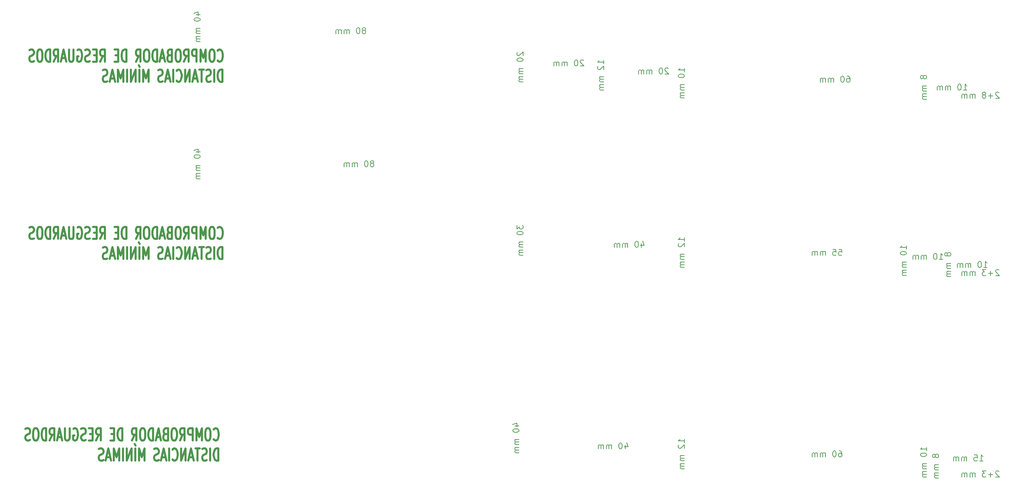
<source format=gbo>
G04 #@! TF.GenerationSoftware,KiCad,Pcbnew,7.0.9-dirty*
G04 #@! TF.CreationDate,2024-01-14T20:59:28+01:00*
G04 #@! TF.ProjectId,ranura 13857,72616e75-7261-4203-9133-3835372e6b69,1*
G04 #@! TF.SameCoordinates,Original*
G04 #@! TF.FileFunction,Legend,Bot*
G04 #@! TF.FilePolarity,Positive*
%FSLAX46Y46*%
G04 Gerber Fmt 4.6, Leading zero omitted, Abs format (unit mm)*
G04 Created by KiCad (PCBNEW 7.0.9-dirty) date 2024-01-14 20:59:28*
%MOMM*%
%LPD*%
G01*
G04 APERTURE LIST*
%ADD10C,0.500000*%
%ADD11C,0.150000*%
G04 APERTURE END LIST*
D10*
X79194862Y-58606857D02*
X79194862Y-55606857D01*
X79194862Y-55606857D02*
X78718672Y-55606857D01*
X78718672Y-55606857D02*
X78432957Y-55749714D01*
X78432957Y-55749714D02*
X78242481Y-56035428D01*
X78242481Y-56035428D02*
X78147243Y-56321142D01*
X78147243Y-56321142D02*
X78052005Y-56892571D01*
X78052005Y-56892571D02*
X78052005Y-57321142D01*
X78052005Y-57321142D02*
X78147243Y-57892571D01*
X78147243Y-57892571D02*
X78242481Y-58178285D01*
X78242481Y-58178285D02*
X78432957Y-58464000D01*
X78432957Y-58464000D02*
X78718672Y-58606857D01*
X78718672Y-58606857D02*
X79194862Y-58606857D01*
X77194862Y-58606857D02*
X77194862Y-55606857D01*
X76337719Y-58464000D02*
X76052005Y-58606857D01*
X76052005Y-58606857D02*
X75575814Y-58606857D01*
X75575814Y-58606857D02*
X75385338Y-58464000D01*
X75385338Y-58464000D02*
X75290100Y-58321142D01*
X75290100Y-58321142D02*
X75194862Y-58035428D01*
X75194862Y-58035428D02*
X75194862Y-57749714D01*
X75194862Y-57749714D02*
X75290100Y-57464000D01*
X75290100Y-57464000D02*
X75385338Y-57321142D01*
X75385338Y-57321142D02*
X75575814Y-57178285D01*
X75575814Y-57178285D02*
X75956767Y-57035428D01*
X75956767Y-57035428D02*
X76147243Y-56892571D01*
X76147243Y-56892571D02*
X76242481Y-56749714D01*
X76242481Y-56749714D02*
X76337719Y-56464000D01*
X76337719Y-56464000D02*
X76337719Y-56178285D01*
X76337719Y-56178285D02*
X76242481Y-55892571D01*
X76242481Y-55892571D02*
X76147243Y-55749714D01*
X76147243Y-55749714D02*
X75956767Y-55606857D01*
X75956767Y-55606857D02*
X75480576Y-55606857D01*
X75480576Y-55606857D02*
X75194862Y-55749714D01*
X74623433Y-55606857D02*
X73480576Y-55606857D01*
X74052005Y-58606857D02*
X74052005Y-55606857D01*
X72909147Y-57749714D02*
X71956766Y-57749714D01*
X73099623Y-58606857D02*
X72432957Y-55606857D01*
X72432957Y-55606857D02*
X71766290Y-58606857D01*
X71099623Y-58606857D02*
X71099623Y-55606857D01*
X71099623Y-55606857D02*
X69956766Y-58606857D01*
X69956766Y-58606857D02*
X69956766Y-55606857D01*
X67861528Y-58321142D02*
X67956766Y-58464000D01*
X67956766Y-58464000D02*
X68242480Y-58606857D01*
X68242480Y-58606857D02*
X68432956Y-58606857D01*
X68432956Y-58606857D02*
X68718671Y-58464000D01*
X68718671Y-58464000D02*
X68909147Y-58178285D01*
X68909147Y-58178285D02*
X69004385Y-57892571D01*
X69004385Y-57892571D02*
X69099623Y-57321142D01*
X69099623Y-57321142D02*
X69099623Y-56892571D01*
X69099623Y-56892571D02*
X69004385Y-56321142D01*
X69004385Y-56321142D02*
X68909147Y-56035428D01*
X68909147Y-56035428D02*
X68718671Y-55749714D01*
X68718671Y-55749714D02*
X68432956Y-55606857D01*
X68432956Y-55606857D02*
X68242480Y-55606857D01*
X68242480Y-55606857D02*
X67956766Y-55749714D01*
X67956766Y-55749714D02*
X67861528Y-55892571D01*
X67004385Y-58606857D02*
X67004385Y-55606857D01*
X66147242Y-57749714D02*
X65194861Y-57749714D01*
X66337718Y-58606857D02*
X65671052Y-55606857D01*
X65671052Y-55606857D02*
X65004385Y-58606857D01*
X64432956Y-58464000D02*
X64147242Y-58606857D01*
X64147242Y-58606857D02*
X63671051Y-58606857D01*
X63671051Y-58606857D02*
X63480575Y-58464000D01*
X63480575Y-58464000D02*
X63385337Y-58321142D01*
X63385337Y-58321142D02*
X63290099Y-58035428D01*
X63290099Y-58035428D02*
X63290099Y-57749714D01*
X63290099Y-57749714D02*
X63385337Y-57464000D01*
X63385337Y-57464000D02*
X63480575Y-57321142D01*
X63480575Y-57321142D02*
X63671051Y-57178285D01*
X63671051Y-57178285D02*
X64052004Y-57035428D01*
X64052004Y-57035428D02*
X64242480Y-56892571D01*
X64242480Y-56892571D02*
X64337718Y-56749714D01*
X64337718Y-56749714D02*
X64432956Y-56464000D01*
X64432956Y-56464000D02*
X64432956Y-56178285D01*
X64432956Y-56178285D02*
X64337718Y-55892571D01*
X64337718Y-55892571D02*
X64242480Y-55749714D01*
X64242480Y-55749714D02*
X64052004Y-55606857D01*
X64052004Y-55606857D02*
X63575813Y-55606857D01*
X63575813Y-55606857D02*
X63290099Y-55749714D01*
X60909146Y-58606857D02*
X60909146Y-55606857D01*
X60909146Y-55606857D02*
X60242479Y-57749714D01*
X60242479Y-57749714D02*
X59575813Y-55606857D01*
X59575813Y-55606857D02*
X59575813Y-58606857D01*
X58623432Y-58606857D02*
X58623432Y-55606857D01*
X58432956Y-54464000D02*
X58718670Y-54892571D01*
X57671051Y-58606857D02*
X57671051Y-55606857D01*
X57671051Y-55606857D02*
X56528194Y-58606857D01*
X56528194Y-58606857D02*
X56528194Y-55606857D01*
X55575813Y-58606857D02*
X55575813Y-55606857D01*
X54623432Y-58606857D02*
X54623432Y-55606857D01*
X54623432Y-55606857D02*
X53956765Y-57749714D01*
X53956765Y-57749714D02*
X53290099Y-55606857D01*
X53290099Y-55606857D02*
X53290099Y-58606857D01*
X52432956Y-57749714D02*
X51480575Y-57749714D01*
X52623432Y-58606857D02*
X51956766Y-55606857D01*
X51956766Y-55606857D02*
X51290099Y-58606857D01*
X50718670Y-58464000D02*
X50432956Y-58606857D01*
X50432956Y-58606857D02*
X49956765Y-58606857D01*
X49956765Y-58606857D02*
X49766289Y-58464000D01*
X49766289Y-58464000D02*
X49671051Y-58321142D01*
X49671051Y-58321142D02*
X49575813Y-58035428D01*
X49575813Y-58035428D02*
X49575813Y-57749714D01*
X49575813Y-57749714D02*
X49671051Y-57464000D01*
X49671051Y-57464000D02*
X49766289Y-57321142D01*
X49766289Y-57321142D02*
X49956765Y-57178285D01*
X49956765Y-57178285D02*
X50337718Y-57035428D01*
X50337718Y-57035428D02*
X50528194Y-56892571D01*
X50528194Y-56892571D02*
X50623432Y-56749714D01*
X50623432Y-56749714D02*
X50718670Y-56464000D01*
X50718670Y-56464000D02*
X50718670Y-56178285D01*
X50718670Y-56178285D02*
X50623432Y-55892571D01*
X50623432Y-55892571D02*
X50528194Y-55749714D01*
X50528194Y-55749714D02*
X50337718Y-55606857D01*
X50337718Y-55606857D02*
X49861527Y-55606857D01*
X49861527Y-55606857D02*
X49575813Y-55749714D01*
X78052005Y-53321142D02*
X78147243Y-53464000D01*
X78147243Y-53464000D02*
X78432957Y-53606857D01*
X78432957Y-53606857D02*
X78623433Y-53606857D01*
X78623433Y-53606857D02*
X78909148Y-53464000D01*
X78909148Y-53464000D02*
X79099624Y-53178285D01*
X79099624Y-53178285D02*
X79194862Y-52892571D01*
X79194862Y-52892571D02*
X79290100Y-52321142D01*
X79290100Y-52321142D02*
X79290100Y-51892571D01*
X79290100Y-51892571D02*
X79194862Y-51321142D01*
X79194862Y-51321142D02*
X79099624Y-51035428D01*
X79099624Y-51035428D02*
X78909148Y-50749714D01*
X78909148Y-50749714D02*
X78623433Y-50606857D01*
X78623433Y-50606857D02*
X78432957Y-50606857D01*
X78432957Y-50606857D02*
X78147243Y-50749714D01*
X78147243Y-50749714D02*
X78052005Y-50892571D01*
X76813910Y-50606857D02*
X76432957Y-50606857D01*
X76432957Y-50606857D02*
X76242481Y-50749714D01*
X76242481Y-50749714D02*
X76052005Y-51035428D01*
X76052005Y-51035428D02*
X75956767Y-51606857D01*
X75956767Y-51606857D02*
X75956767Y-52606857D01*
X75956767Y-52606857D02*
X76052005Y-53178285D01*
X76052005Y-53178285D02*
X76242481Y-53464000D01*
X76242481Y-53464000D02*
X76432957Y-53606857D01*
X76432957Y-53606857D02*
X76813910Y-53606857D01*
X76813910Y-53606857D02*
X77004386Y-53464000D01*
X77004386Y-53464000D02*
X77194862Y-53178285D01*
X77194862Y-53178285D02*
X77290100Y-52606857D01*
X77290100Y-52606857D02*
X77290100Y-51606857D01*
X77290100Y-51606857D02*
X77194862Y-51035428D01*
X77194862Y-51035428D02*
X77004386Y-50749714D01*
X77004386Y-50749714D02*
X76813910Y-50606857D01*
X75099624Y-53606857D02*
X75099624Y-50606857D01*
X75099624Y-50606857D02*
X74432957Y-52749714D01*
X74432957Y-52749714D02*
X73766291Y-50606857D01*
X73766291Y-50606857D02*
X73766291Y-53606857D01*
X72813910Y-53606857D02*
X72813910Y-50606857D01*
X72813910Y-50606857D02*
X72052005Y-50606857D01*
X72052005Y-50606857D02*
X71861529Y-50749714D01*
X71861529Y-50749714D02*
X71766291Y-50892571D01*
X71766291Y-50892571D02*
X71671053Y-51178285D01*
X71671053Y-51178285D02*
X71671053Y-51606857D01*
X71671053Y-51606857D02*
X71766291Y-51892571D01*
X71766291Y-51892571D02*
X71861529Y-52035428D01*
X71861529Y-52035428D02*
X72052005Y-52178285D01*
X72052005Y-52178285D02*
X72813910Y-52178285D01*
X69671053Y-53606857D02*
X70337720Y-52178285D01*
X70813910Y-53606857D02*
X70813910Y-50606857D01*
X70813910Y-50606857D02*
X70052005Y-50606857D01*
X70052005Y-50606857D02*
X69861529Y-50749714D01*
X69861529Y-50749714D02*
X69766291Y-50892571D01*
X69766291Y-50892571D02*
X69671053Y-51178285D01*
X69671053Y-51178285D02*
X69671053Y-51606857D01*
X69671053Y-51606857D02*
X69766291Y-51892571D01*
X69766291Y-51892571D02*
X69861529Y-52035428D01*
X69861529Y-52035428D02*
X70052005Y-52178285D01*
X70052005Y-52178285D02*
X70813910Y-52178285D01*
X68432958Y-50606857D02*
X68052005Y-50606857D01*
X68052005Y-50606857D02*
X67861529Y-50749714D01*
X67861529Y-50749714D02*
X67671053Y-51035428D01*
X67671053Y-51035428D02*
X67575815Y-51606857D01*
X67575815Y-51606857D02*
X67575815Y-52606857D01*
X67575815Y-52606857D02*
X67671053Y-53178285D01*
X67671053Y-53178285D02*
X67861529Y-53464000D01*
X67861529Y-53464000D02*
X68052005Y-53606857D01*
X68052005Y-53606857D02*
X68432958Y-53606857D01*
X68432958Y-53606857D02*
X68623434Y-53464000D01*
X68623434Y-53464000D02*
X68813910Y-53178285D01*
X68813910Y-53178285D02*
X68909148Y-52606857D01*
X68909148Y-52606857D02*
X68909148Y-51606857D01*
X68909148Y-51606857D02*
X68813910Y-51035428D01*
X68813910Y-51035428D02*
X68623434Y-50749714D01*
X68623434Y-50749714D02*
X68432958Y-50606857D01*
X66052005Y-52035428D02*
X65766291Y-52178285D01*
X65766291Y-52178285D02*
X65671053Y-52321142D01*
X65671053Y-52321142D02*
X65575815Y-52606857D01*
X65575815Y-52606857D02*
X65575815Y-53035428D01*
X65575815Y-53035428D02*
X65671053Y-53321142D01*
X65671053Y-53321142D02*
X65766291Y-53464000D01*
X65766291Y-53464000D02*
X65956767Y-53606857D01*
X65956767Y-53606857D02*
X66718672Y-53606857D01*
X66718672Y-53606857D02*
X66718672Y-50606857D01*
X66718672Y-50606857D02*
X66052005Y-50606857D01*
X66052005Y-50606857D02*
X65861529Y-50749714D01*
X65861529Y-50749714D02*
X65766291Y-50892571D01*
X65766291Y-50892571D02*
X65671053Y-51178285D01*
X65671053Y-51178285D02*
X65671053Y-51464000D01*
X65671053Y-51464000D02*
X65766291Y-51749714D01*
X65766291Y-51749714D02*
X65861529Y-51892571D01*
X65861529Y-51892571D02*
X66052005Y-52035428D01*
X66052005Y-52035428D02*
X66718672Y-52035428D01*
X64813910Y-52749714D02*
X63861529Y-52749714D01*
X65004386Y-53606857D02*
X64337720Y-50606857D01*
X64337720Y-50606857D02*
X63671053Y-53606857D01*
X63004386Y-53606857D02*
X63004386Y-50606857D01*
X63004386Y-50606857D02*
X62528196Y-50606857D01*
X62528196Y-50606857D02*
X62242481Y-50749714D01*
X62242481Y-50749714D02*
X62052005Y-51035428D01*
X62052005Y-51035428D02*
X61956767Y-51321142D01*
X61956767Y-51321142D02*
X61861529Y-51892571D01*
X61861529Y-51892571D02*
X61861529Y-52321142D01*
X61861529Y-52321142D02*
X61956767Y-52892571D01*
X61956767Y-52892571D02*
X62052005Y-53178285D01*
X62052005Y-53178285D02*
X62242481Y-53464000D01*
X62242481Y-53464000D02*
X62528196Y-53606857D01*
X62528196Y-53606857D02*
X63004386Y-53606857D01*
X60623434Y-50606857D02*
X60242481Y-50606857D01*
X60242481Y-50606857D02*
X60052005Y-50749714D01*
X60052005Y-50749714D02*
X59861529Y-51035428D01*
X59861529Y-51035428D02*
X59766291Y-51606857D01*
X59766291Y-51606857D02*
X59766291Y-52606857D01*
X59766291Y-52606857D02*
X59861529Y-53178285D01*
X59861529Y-53178285D02*
X60052005Y-53464000D01*
X60052005Y-53464000D02*
X60242481Y-53606857D01*
X60242481Y-53606857D02*
X60623434Y-53606857D01*
X60623434Y-53606857D02*
X60813910Y-53464000D01*
X60813910Y-53464000D02*
X61004386Y-53178285D01*
X61004386Y-53178285D02*
X61099624Y-52606857D01*
X61099624Y-52606857D02*
X61099624Y-51606857D01*
X61099624Y-51606857D02*
X61004386Y-51035428D01*
X61004386Y-51035428D02*
X60813910Y-50749714D01*
X60813910Y-50749714D02*
X60623434Y-50606857D01*
X57766291Y-53606857D02*
X58432958Y-52178285D01*
X58909148Y-53606857D02*
X58909148Y-50606857D01*
X58909148Y-50606857D02*
X58147243Y-50606857D01*
X58147243Y-50606857D02*
X57956767Y-50749714D01*
X57956767Y-50749714D02*
X57861529Y-50892571D01*
X57861529Y-50892571D02*
X57766291Y-51178285D01*
X57766291Y-51178285D02*
X57766291Y-51606857D01*
X57766291Y-51606857D02*
X57861529Y-51892571D01*
X57861529Y-51892571D02*
X57956767Y-52035428D01*
X57956767Y-52035428D02*
X58147243Y-52178285D01*
X58147243Y-52178285D02*
X58909148Y-52178285D01*
X55385338Y-53606857D02*
X55385338Y-50606857D01*
X55385338Y-50606857D02*
X54909148Y-50606857D01*
X54909148Y-50606857D02*
X54623433Y-50749714D01*
X54623433Y-50749714D02*
X54432957Y-51035428D01*
X54432957Y-51035428D02*
X54337719Y-51321142D01*
X54337719Y-51321142D02*
X54242481Y-51892571D01*
X54242481Y-51892571D02*
X54242481Y-52321142D01*
X54242481Y-52321142D02*
X54337719Y-52892571D01*
X54337719Y-52892571D02*
X54432957Y-53178285D01*
X54432957Y-53178285D02*
X54623433Y-53464000D01*
X54623433Y-53464000D02*
X54909148Y-53606857D01*
X54909148Y-53606857D02*
X55385338Y-53606857D01*
X53385338Y-52035428D02*
X52718671Y-52035428D01*
X52432957Y-53606857D02*
X53385338Y-53606857D01*
X53385338Y-53606857D02*
X53385338Y-50606857D01*
X53385338Y-50606857D02*
X52432957Y-50606857D01*
X48909147Y-53606857D02*
X49575814Y-52178285D01*
X50052004Y-53606857D02*
X50052004Y-50606857D01*
X50052004Y-50606857D02*
X49290099Y-50606857D01*
X49290099Y-50606857D02*
X49099623Y-50749714D01*
X49099623Y-50749714D02*
X49004385Y-50892571D01*
X49004385Y-50892571D02*
X48909147Y-51178285D01*
X48909147Y-51178285D02*
X48909147Y-51606857D01*
X48909147Y-51606857D02*
X49004385Y-51892571D01*
X49004385Y-51892571D02*
X49099623Y-52035428D01*
X49099623Y-52035428D02*
X49290099Y-52178285D01*
X49290099Y-52178285D02*
X50052004Y-52178285D01*
X48052004Y-52035428D02*
X47385337Y-52035428D01*
X47099623Y-53606857D02*
X48052004Y-53606857D01*
X48052004Y-53606857D02*
X48052004Y-50606857D01*
X48052004Y-50606857D02*
X47099623Y-50606857D01*
X46337718Y-53464000D02*
X46052004Y-53606857D01*
X46052004Y-53606857D02*
X45575813Y-53606857D01*
X45575813Y-53606857D02*
X45385337Y-53464000D01*
X45385337Y-53464000D02*
X45290099Y-53321142D01*
X45290099Y-53321142D02*
X45194861Y-53035428D01*
X45194861Y-53035428D02*
X45194861Y-52749714D01*
X45194861Y-52749714D02*
X45290099Y-52464000D01*
X45290099Y-52464000D02*
X45385337Y-52321142D01*
X45385337Y-52321142D02*
X45575813Y-52178285D01*
X45575813Y-52178285D02*
X45956766Y-52035428D01*
X45956766Y-52035428D02*
X46147242Y-51892571D01*
X46147242Y-51892571D02*
X46242480Y-51749714D01*
X46242480Y-51749714D02*
X46337718Y-51464000D01*
X46337718Y-51464000D02*
X46337718Y-51178285D01*
X46337718Y-51178285D02*
X46242480Y-50892571D01*
X46242480Y-50892571D02*
X46147242Y-50749714D01*
X46147242Y-50749714D02*
X45956766Y-50606857D01*
X45956766Y-50606857D02*
X45480575Y-50606857D01*
X45480575Y-50606857D02*
X45194861Y-50749714D01*
X43290099Y-50749714D02*
X43480575Y-50606857D01*
X43480575Y-50606857D02*
X43766289Y-50606857D01*
X43766289Y-50606857D02*
X44052004Y-50749714D01*
X44052004Y-50749714D02*
X44242480Y-51035428D01*
X44242480Y-51035428D02*
X44337718Y-51321142D01*
X44337718Y-51321142D02*
X44432956Y-51892571D01*
X44432956Y-51892571D02*
X44432956Y-52321142D01*
X44432956Y-52321142D02*
X44337718Y-52892571D01*
X44337718Y-52892571D02*
X44242480Y-53178285D01*
X44242480Y-53178285D02*
X44052004Y-53464000D01*
X44052004Y-53464000D02*
X43766289Y-53606857D01*
X43766289Y-53606857D02*
X43575813Y-53606857D01*
X43575813Y-53606857D02*
X43290099Y-53464000D01*
X43290099Y-53464000D02*
X43194861Y-53321142D01*
X43194861Y-53321142D02*
X43194861Y-52321142D01*
X43194861Y-52321142D02*
X43575813Y-52321142D01*
X42337718Y-50606857D02*
X42337718Y-53035428D01*
X42337718Y-53035428D02*
X42242480Y-53321142D01*
X42242480Y-53321142D02*
X42147242Y-53464000D01*
X42147242Y-53464000D02*
X41956766Y-53606857D01*
X41956766Y-53606857D02*
X41575813Y-53606857D01*
X41575813Y-53606857D02*
X41385337Y-53464000D01*
X41385337Y-53464000D02*
X41290099Y-53321142D01*
X41290099Y-53321142D02*
X41194861Y-53035428D01*
X41194861Y-53035428D02*
X41194861Y-50606857D01*
X40337718Y-52749714D02*
X39385337Y-52749714D01*
X40528194Y-53606857D02*
X39861528Y-50606857D01*
X39861528Y-50606857D02*
X39194861Y-53606857D01*
X37385337Y-53606857D02*
X38052004Y-52178285D01*
X38528194Y-53606857D02*
X38528194Y-50606857D01*
X38528194Y-50606857D02*
X37766289Y-50606857D01*
X37766289Y-50606857D02*
X37575813Y-50749714D01*
X37575813Y-50749714D02*
X37480575Y-50892571D01*
X37480575Y-50892571D02*
X37385337Y-51178285D01*
X37385337Y-51178285D02*
X37385337Y-51606857D01*
X37385337Y-51606857D02*
X37480575Y-51892571D01*
X37480575Y-51892571D02*
X37575813Y-52035428D01*
X37575813Y-52035428D02*
X37766289Y-52178285D01*
X37766289Y-52178285D02*
X38528194Y-52178285D01*
X36528194Y-53606857D02*
X36528194Y-50606857D01*
X36528194Y-50606857D02*
X36052004Y-50606857D01*
X36052004Y-50606857D02*
X35766289Y-50749714D01*
X35766289Y-50749714D02*
X35575813Y-51035428D01*
X35575813Y-51035428D02*
X35480575Y-51321142D01*
X35480575Y-51321142D02*
X35385337Y-51892571D01*
X35385337Y-51892571D02*
X35385337Y-52321142D01*
X35385337Y-52321142D02*
X35480575Y-52892571D01*
X35480575Y-52892571D02*
X35575813Y-53178285D01*
X35575813Y-53178285D02*
X35766289Y-53464000D01*
X35766289Y-53464000D02*
X36052004Y-53606857D01*
X36052004Y-53606857D02*
X36528194Y-53606857D01*
X34147242Y-50606857D02*
X33766289Y-50606857D01*
X33766289Y-50606857D02*
X33575813Y-50749714D01*
X33575813Y-50749714D02*
X33385337Y-51035428D01*
X33385337Y-51035428D02*
X33290099Y-51606857D01*
X33290099Y-51606857D02*
X33290099Y-52606857D01*
X33290099Y-52606857D02*
X33385337Y-53178285D01*
X33385337Y-53178285D02*
X33575813Y-53464000D01*
X33575813Y-53464000D02*
X33766289Y-53606857D01*
X33766289Y-53606857D02*
X34147242Y-53606857D01*
X34147242Y-53606857D02*
X34337718Y-53464000D01*
X34337718Y-53464000D02*
X34528194Y-53178285D01*
X34528194Y-53178285D02*
X34623432Y-52606857D01*
X34623432Y-52606857D02*
X34623432Y-51606857D01*
X34623432Y-51606857D02*
X34528194Y-51035428D01*
X34528194Y-51035428D02*
X34337718Y-50749714D01*
X34337718Y-50749714D02*
X34147242Y-50606857D01*
X32528194Y-53464000D02*
X32242480Y-53606857D01*
X32242480Y-53606857D02*
X31766289Y-53606857D01*
X31766289Y-53606857D02*
X31575813Y-53464000D01*
X31575813Y-53464000D02*
X31480575Y-53321142D01*
X31480575Y-53321142D02*
X31385337Y-53035428D01*
X31385337Y-53035428D02*
X31385337Y-52749714D01*
X31385337Y-52749714D02*
X31480575Y-52464000D01*
X31480575Y-52464000D02*
X31575813Y-52321142D01*
X31575813Y-52321142D02*
X31766289Y-52178285D01*
X31766289Y-52178285D02*
X32147242Y-52035428D01*
X32147242Y-52035428D02*
X32337718Y-51892571D01*
X32337718Y-51892571D02*
X32432956Y-51749714D01*
X32432956Y-51749714D02*
X32528194Y-51464000D01*
X32528194Y-51464000D02*
X32528194Y-51178285D01*
X32528194Y-51178285D02*
X32432956Y-50892571D01*
X32432956Y-50892571D02*
X32337718Y-50749714D01*
X32337718Y-50749714D02*
X32147242Y-50606857D01*
X32147242Y-50606857D02*
X31671051Y-50606857D01*
X31671051Y-50606857D02*
X31385337Y-50749714D01*
X79194862Y-102606857D02*
X79194862Y-99606857D01*
X79194862Y-99606857D02*
X78718672Y-99606857D01*
X78718672Y-99606857D02*
X78432957Y-99749714D01*
X78432957Y-99749714D02*
X78242481Y-100035428D01*
X78242481Y-100035428D02*
X78147243Y-100321142D01*
X78147243Y-100321142D02*
X78052005Y-100892571D01*
X78052005Y-100892571D02*
X78052005Y-101321142D01*
X78052005Y-101321142D02*
X78147243Y-101892571D01*
X78147243Y-101892571D02*
X78242481Y-102178285D01*
X78242481Y-102178285D02*
X78432957Y-102464000D01*
X78432957Y-102464000D02*
X78718672Y-102606857D01*
X78718672Y-102606857D02*
X79194862Y-102606857D01*
X77194862Y-102606857D02*
X77194862Y-99606857D01*
X76337719Y-102464000D02*
X76052005Y-102606857D01*
X76052005Y-102606857D02*
X75575814Y-102606857D01*
X75575814Y-102606857D02*
X75385338Y-102464000D01*
X75385338Y-102464000D02*
X75290100Y-102321142D01*
X75290100Y-102321142D02*
X75194862Y-102035428D01*
X75194862Y-102035428D02*
X75194862Y-101749714D01*
X75194862Y-101749714D02*
X75290100Y-101464000D01*
X75290100Y-101464000D02*
X75385338Y-101321142D01*
X75385338Y-101321142D02*
X75575814Y-101178285D01*
X75575814Y-101178285D02*
X75956767Y-101035428D01*
X75956767Y-101035428D02*
X76147243Y-100892571D01*
X76147243Y-100892571D02*
X76242481Y-100749714D01*
X76242481Y-100749714D02*
X76337719Y-100464000D01*
X76337719Y-100464000D02*
X76337719Y-100178285D01*
X76337719Y-100178285D02*
X76242481Y-99892571D01*
X76242481Y-99892571D02*
X76147243Y-99749714D01*
X76147243Y-99749714D02*
X75956767Y-99606857D01*
X75956767Y-99606857D02*
X75480576Y-99606857D01*
X75480576Y-99606857D02*
X75194862Y-99749714D01*
X74623433Y-99606857D02*
X73480576Y-99606857D01*
X74052005Y-102606857D02*
X74052005Y-99606857D01*
X72909147Y-101749714D02*
X71956766Y-101749714D01*
X73099623Y-102606857D02*
X72432957Y-99606857D01*
X72432957Y-99606857D02*
X71766290Y-102606857D01*
X71099623Y-102606857D02*
X71099623Y-99606857D01*
X71099623Y-99606857D02*
X69956766Y-102606857D01*
X69956766Y-102606857D02*
X69956766Y-99606857D01*
X67861528Y-102321142D02*
X67956766Y-102464000D01*
X67956766Y-102464000D02*
X68242480Y-102606857D01*
X68242480Y-102606857D02*
X68432956Y-102606857D01*
X68432956Y-102606857D02*
X68718671Y-102464000D01*
X68718671Y-102464000D02*
X68909147Y-102178285D01*
X68909147Y-102178285D02*
X69004385Y-101892571D01*
X69004385Y-101892571D02*
X69099623Y-101321142D01*
X69099623Y-101321142D02*
X69099623Y-100892571D01*
X69099623Y-100892571D02*
X69004385Y-100321142D01*
X69004385Y-100321142D02*
X68909147Y-100035428D01*
X68909147Y-100035428D02*
X68718671Y-99749714D01*
X68718671Y-99749714D02*
X68432956Y-99606857D01*
X68432956Y-99606857D02*
X68242480Y-99606857D01*
X68242480Y-99606857D02*
X67956766Y-99749714D01*
X67956766Y-99749714D02*
X67861528Y-99892571D01*
X67004385Y-102606857D02*
X67004385Y-99606857D01*
X66147242Y-101749714D02*
X65194861Y-101749714D01*
X66337718Y-102606857D02*
X65671052Y-99606857D01*
X65671052Y-99606857D02*
X65004385Y-102606857D01*
X64432956Y-102464000D02*
X64147242Y-102606857D01*
X64147242Y-102606857D02*
X63671051Y-102606857D01*
X63671051Y-102606857D02*
X63480575Y-102464000D01*
X63480575Y-102464000D02*
X63385337Y-102321142D01*
X63385337Y-102321142D02*
X63290099Y-102035428D01*
X63290099Y-102035428D02*
X63290099Y-101749714D01*
X63290099Y-101749714D02*
X63385337Y-101464000D01*
X63385337Y-101464000D02*
X63480575Y-101321142D01*
X63480575Y-101321142D02*
X63671051Y-101178285D01*
X63671051Y-101178285D02*
X64052004Y-101035428D01*
X64052004Y-101035428D02*
X64242480Y-100892571D01*
X64242480Y-100892571D02*
X64337718Y-100749714D01*
X64337718Y-100749714D02*
X64432956Y-100464000D01*
X64432956Y-100464000D02*
X64432956Y-100178285D01*
X64432956Y-100178285D02*
X64337718Y-99892571D01*
X64337718Y-99892571D02*
X64242480Y-99749714D01*
X64242480Y-99749714D02*
X64052004Y-99606857D01*
X64052004Y-99606857D02*
X63575813Y-99606857D01*
X63575813Y-99606857D02*
X63290099Y-99749714D01*
X60909146Y-102606857D02*
X60909146Y-99606857D01*
X60909146Y-99606857D02*
X60242479Y-101749714D01*
X60242479Y-101749714D02*
X59575813Y-99606857D01*
X59575813Y-99606857D02*
X59575813Y-102606857D01*
X58623432Y-102606857D02*
X58623432Y-99606857D01*
X58432956Y-98464000D02*
X58718670Y-98892571D01*
X57671051Y-102606857D02*
X57671051Y-99606857D01*
X57671051Y-99606857D02*
X56528194Y-102606857D01*
X56528194Y-102606857D02*
X56528194Y-99606857D01*
X55575813Y-102606857D02*
X55575813Y-99606857D01*
X54623432Y-102606857D02*
X54623432Y-99606857D01*
X54623432Y-99606857D02*
X53956765Y-101749714D01*
X53956765Y-101749714D02*
X53290099Y-99606857D01*
X53290099Y-99606857D02*
X53290099Y-102606857D01*
X52432956Y-101749714D02*
X51480575Y-101749714D01*
X52623432Y-102606857D02*
X51956766Y-99606857D01*
X51956766Y-99606857D02*
X51290099Y-102606857D01*
X50718670Y-102464000D02*
X50432956Y-102606857D01*
X50432956Y-102606857D02*
X49956765Y-102606857D01*
X49956765Y-102606857D02*
X49766289Y-102464000D01*
X49766289Y-102464000D02*
X49671051Y-102321142D01*
X49671051Y-102321142D02*
X49575813Y-102035428D01*
X49575813Y-102035428D02*
X49575813Y-101749714D01*
X49575813Y-101749714D02*
X49671051Y-101464000D01*
X49671051Y-101464000D02*
X49766289Y-101321142D01*
X49766289Y-101321142D02*
X49956765Y-101178285D01*
X49956765Y-101178285D02*
X50337718Y-101035428D01*
X50337718Y-101035428D02*
X50528194Y-100892571D01*
X50528194Y-100892571D02*
X50623432Y-100749714D01*
X50623432Y-100749714D02*
X50718670Y-100464000D01*
X50718670Y-100464000D02*
X50718670Y-100178285D01*
X50718670Y-100178285D02*
X50623432Y-99892571D01*
X50623432Y-99892571D02*
X50528194Y-99749714D01*
X50528194Y-99749714D02*
X50337718Y-99606857D01*
X50337718Y-99606857D02*
X49861527Y-99606857D01*
X49861527Y-99606857D02*
X49575813Y-99749714D01*
X78052005Y-97321142D02*
X78147243Y-97464000D01*
X78147243Y-97464000D02*
X78432957Y-97606857D01*
X78432957Y-97606857D02*
X78623433Y-97606857D01*
X78623433Y-97606857D02*
X78909148Y-97464000D01*
X78909148Y-97464000D02*
X79099624Y-97178285D01*
X79099624Y-97178285D02*
X79194862Y-96892571D01*
X79194862Y-96892571D02*
X79290100Y-96321142D01*
X79290100Y-96321142D02*
X79290100Y-95892571D01*
X79290100Y-95892571D02*
X79194862Y-95321142D01*
X79194862Y-95321142D02*
X79099624Y-95035428D01*
X79099624Y-95035428D02*
X78909148Y-94749714D01*
X78909148Y-94749714D02*
X78623433Y-94606857D01*
X78623433Y-94606857D02*
X78432957Y-94606857D01*
X78432957Y-94606857D02*
X78147243Y-94749714D01*
X78147243Y-94749714D02*
X78052005Y-94892571D01*
X76813910Y-94606857D02*
X76432957Y-94606857D01*
X76432957Y-94606857D02*
X76242481Y-94749714D01*
X76242481Y-94749714D02*
X76052005Y-95035428D01*
X76052005Y-95035428D02*
X75956767Y-95606857D01*
X75956767Y-95606857D02*
X75956767Y-96606857D01*
X75956767Y-96606857D02*
X76052005Y-97178285D01*
X76052005Y-97178285D02*
X76242481Y-97464000D01*
X76242481Y-97464000D02*
X76432957Y-97606857D01*
X76432957Y-97606857D02*
X76813910Y-97606857D01*
X76813910Y-97606857D02*
X77004386Y-97464000D01*
X77004386Y-97464000D02*
X77194862Y-97178285D01*
X77194862Y-97178285D02*
X77290100Y-96606857D01*
X77290100Y-96606857D02*
X77290100Y-95606857D01*
X77290100Y-95606857D02*
X77194862Y-95035428D01*
X77194862Y-95035428D02*
X77004386Y-94749714D01*
X77004386Y-94749714D02*
X76813910Y-94606857D01*
X75099624Y-97606857D02*
X75099624Y-94606857D01*
X75099624Y-94606857D02*
X74432957Y-96749714D01*
X74432957Y-96749714D02*
X73766291Y-94606857D01*
X73766291Y-94606857D02*
X73766291Y-97606857D01*
X72813910Y-97606857D02*
X72813910Y-94606857D01*
X72813910Y-94606857D02*
X72052005Y-94606857D01*
X72052005Y-94606857D02*
X71861529Y-94749714D01*
X71861529Y-94749714D02*
X71766291Y-94892571D01*
X71766291Y-94892571D02*
X71671053Y-95178285D01*
X71671053Y-95178285D02*
X71671053Y-95606857D01*
X71671053Y-95606857D02*
X71766291Y-95892571D01*
X71766291Y-95892571D02*
X71861529Y-96035428D01*
X71861529Y-96035428D02*
X72052005Y-96178285D01*
X72052005Y-96178285D02*
X72813910Y-96178285D01*
X69671053Y-97606857D02*
X70337720Y-96178285D01*
X70813910Y-97606857D02*
X70813910Y-94606857D01*
X70813910Y-94606857D02*
X70052005Y-94606857D01*
X70052005Y-94606857D02*
X69861529Y-94749714D01*
X69861529Y-94749714D02*
X69766291Y-94892571D01*
X69766291Y-94892571D02*
X69671053Y-95178285D01*
X69671053Y-95178285D02*
X69671053Y-95606857D01*
X69671053Y-95606857D02*
X69766291Y-95892571D01*
X69766291Y-95892571D02*
X69861529Y-96035428D01*
X69861529Y-96035428D02*
X70052005Y-96178285D01*
X70052005Y-96178285D02*
X70813910Y-96178285D01*
X68432958Y-94606857D02*
X68052005Y-94606857D01*
X68052005Y-94606857D02*
X67861529Y-94749714D01*
X67861529Y-94749714D02*
X67671053Y-95035428D01*
X67671053Y-95035428D02*
X67575815Y-95606857D01*
X67575815Y-95606857D02*
X67575815Y-96606857D01*
X67575815Y-96606857D02*
X67671053Y-97178285D01*
X67671053Y-97178285D02*
X67861529Y-97464000D01*
X67861529Y-97464000D02*
X68052005Y-97606857D01*
X68052005Y-97606857D02*
X68432958Y-97606857D01*
X68432958Y-97606857D02*
X68623434Y-97464000D01*
X68623434Y-97464000D02*
X68813910Y-97178285D01*
X68813910Y-97178285D02*
X68909148Y-96606857D01*
X68909148Y-96606857D02*
X68909148Y-95606857D01*
X68909148Y-95606857D02*
X68813910Y-95035428D01*
X68813910Y-95035428D02*
X68623434Y-94749714D01*
X68623434Y-94749714D02*
X68432958Y-94606857D01*
X66052005Y-96035428D02*
X65766291Y-96178285D01*
X65766291Y-96178285D02*
X65671053Y-96321142D01*
X65671053Y-96321142D02*
X65575815Y-96606857D01*
X65575815Y-96606857D02*
X65575815Y-97035428D01*
X65575815Y-97035428D02*
X65671053Y-97321142D01*
X65671053Y-97321142D02*
X65766291Y-97464000D01*
X65766291Y-97464000D02*
X65956767Y-97606857D01*
X65956767Y-97606857D02*
X66718672Y-97606857D01*
X66718672Y-97606857D02*
X66718672Y-94606857D01*
X66718672Y-94606857D02*
X66052005Y-94606857D01*
X66052005Y-94606857D02*
X65861529Y-94749714D01*
X65861529Y-94749714D02*
X65766291Y-94892571D01*
X65766291Y-94892571D02*
X65671053Y-95178285D01*
X65671053Y-95178285D02*
X65671053Y-95464000D01*
X65671053Y-95464000D02*
X65766291Y-95749714D01*
X65766291Y-95749714D02*
X65861529Y-95892571D01*
X65861529Y-95892571D02*
X66052005Y-96035428D01*
X66052005Y-96035428D02*
X66718672Y-96035428D01*
X64813910Y-96749714D02*
X63861529Y-96749714D01*
X65004386Y-97606857D02*
X64337720Y-94606857D01*
X64337720Y-94606857D02*
X63671053Y-97606857D01*
X63004386Y-97606857D02*
X63004386Y-94606857D01*
X63004386Y-94606857D02*
X62528196Y-94606857D01*
X62528196Y-94606857D02*
X62242481Y-94749714D01*
X62242481Y-94749714D02*
X62052005Y-95035428D01*
X62052005Y-95035428D02*
X61956767Y-95321142D01*
X61956767Y-95321142D02*
X61861529Y-95892571D01*
X61861529Y-95892571D02*
X61861529Y-96321142D01*
X61861529Y-96321142D02*
X61956767Y-96892571D01*
X61956767Y-96892571D02*
X62052005Y-97178285D01*
X62052005Y-97178285D02*
X62242481Y-97464000D01*
X62242481Y-97464000D02*
X62528196Y-97606857D01*
X62528196Y-97606857D02*
X63004386Y-97606857D01*
X60623434Y-94606857D02*
X60242481Y-94606857D01*
X60242481Y-94606857D02*
X60052005Y-94749714D01*
X60052005Y-94749714D02*
X59861529Y-95035428D01*
X59861529Y-95035428D02*
X59766291Y-95606857D01*
X59766291Y-95606857D02*
X59766291Y-96606857D01*
X59766291Y-96606857D02*
X59861529Y-97178285D01*
X59861529Y-97178285D02*
X60052005Y-97464000D01*
X60052005Y-97464000D02*
X60242481Y-97606857D01*
X60242481Y-97606857D02*
X60623434Y-97606857D01*
X60623434Y-97606857D02*
X60813910Y-97464000D01*
X60813910Y-97464000D02*
X61004386Y-97178285D01*
X61004386Y-97178285D02*
X61099624Y-96606857D01*
X61099624Y-96606857D02*
X61099624Y-95606857D01*
X61099624Y-95606857D02*
X61004386Y-95035428D01*
X61004386Y-95035428D02*
X60813910Y-94749714D01*
X60813910Y-94749714D02*
X60623434Y-94606857D01*
X57766291Y-97606857D02*
X58432958Y-96178285D01*
X58909148Y-97606857D02*
X58909148Y-94606857D01*
X58909148Y-94606857D02*
X58147243Y-94606857D01*
X58147243Y-94606857D02*
X57956767Y-94749714D01*
X57956767Y-94749714D02*
X57861529Y-94892571D01*
X57861529Y-94892571D02*
X57766291Y-95178285D01*
X57766291Y-95178285D02*
X57766291Y-95606857D01*
X57766291Y-95606857D02*
X57861529Y-95892571D01*
X57861529Y-95892571D02*
X57956767Y-96035428D01*
X57956767Y-96035428D02*
X58147243Y-96178285D01*
X58147243Y-96178285D02*
X58909148Y-96178285D01*
X55385338Y-97606857D02*
X55385338Y-94606857D01*
X55385338Y-94606857D02*
X54909148Y-94606857D01*
X54909148Y-94606857D02*
X54623433Y-94749714D01*
X54623433Y-94749714D02*
X54432957Y-95035428D01*
X54432957Y-95035428D02*
X54337719Y-95321142D01*
X54337719Y-95321142D02*
X54242481Y-95892571D01*
X54242481Y-95892571D02*
X54242481Y-96321142D01*
X54242481Y-96321142D02*
X54337719Y-96892571D01*
X54337719Y-96892571D02*
X54432957Y-97178285D01*
X54432957Y-97178285D02*
X54623433Y-97464000D01*
X54623433Y-97464000D02*
X54909148Y-97606857D01*
X54909148Y-97606857D02*
X55385338Y-97606857D01*
X53385338Y-96035428D02*
X52718671Y-96035428D01*
X52432957Y-97606857D02*
X53385338Y-97606857D01*
X53385338Y-97606857D02*
X53385338Y-94606857D01*
X53385338Y-94606857D02*
X52432957Y-94606857D01*
X48909147Y-97606857D02*
X49575814Y-96178285D01*
X50052004Y-97606857D02*
X50052004Y-94606857D01*
X50052004Y-94606857D02*
X49290099Y-94606857D01*
X49290099Y-94606857D02*
X49099623Y-94749714D01*
X49099623Y-94749714D02*
X49004385Y-94892571D01*
X49004385Y-94892571D02*
X48909147Y-95178285D01*
X48909147Y-95178285D02*
X48909147Y-95606857D01*
X48909147Y-95606857D02*
X49004385Y-95892571D01*
X49004385Y-95892571D02*
X49099623Y-96035428D01*
X49099623Y-96035428D02*
X49290099Y-96178285D01*
X49290099Y-96178285D02*
X50052004Y-96178285D01*
X48052004Y-96035428D02*
X47385337Y-96035428D01*
X47099623Y-97606857D02*
X48052004Y-97606857D01*
X48052004Y-97606857D02*
X48052004Y-94606857D01*
X48052004Y-94606857D02*
X47099623Y-94606857D01*
X46337718Y-97464000D02*
X46052004Y-97606857D01*
X46052004Y-97606857D02*
X45575813Y-97606857D01*
X45575813Y-97606857D02*
X45385337Y-97464000D01*
X45385337Y-97464000D02*
X45290099Y-97321142D01*
X45290099Y-97321142D02*
X45194861Y-97035428D01*
X45194861Y-97035428D02*
X45194861Y-96749714D01*
X45194861Y-96749714D02*
X45290099Y-96464000D01*
X45290099Y-96464000D02*
X45385337Y-96321142D01*
X45385337Y-96321142D02*
X45575813Y-96178285D01*
X45575813Y-96178285D02*
X45956766Y-96035428D01*
X45956766Y-96035428D02*
X46147242Y-95892571D01*
X46147242Y-95892571D02*
X46242480Y-95749714D01*
X46242480Y-95749714D02*
X46337718Y-95464000D01*
X46337718Y-95464000D02*
X46337718Y-95178285D01*
X46337718Y-95178285D02*
X46242480Y-94892571D01*
X46242480Y-94892571D02*
X46147242Y-94749714D01*
X46147242Y-94749714D02*
X45956766Y-94606857D01*
X45956766Y-94606857D02*
X45480575Y-94606857D01*
X45480575Y-94606857D02*
X45194861Y-94749714D01*
X43290099Y-94749714D02*
X43480575Y-94606857D01*
X43480575Y-94606857D02*
X43766289Y-94606857D01*
X43766289Y-94606857D02*
X44052004Y-94749714D01*
X44052004Y-94749714D02*
X44242480Y-95035428D01*
X44242480Y-95035428D02*
X44337718Y-95321142D01*
X44337718Y-95321142D02*
X44432956Y-95892571D01*
X44432956Y-95892571D02*
X44432956Y-96321142D01*
X44432956Y-96321142D02*
X44337718Y-96892571D01*
X44337718Y-96892571D02*
X44242480Y-97178285D01*
X44242480Y-97178285D02*
X44052004Y-97464000D01*
X44052004Y-97464000D02*
X43766289Y-97606857D01*
X43766289Y-97606857D02*
X43575813Y-97606857D01*
X43575813Y-97606857D02*
X43290099Y-97464000D01*
X43290099Y-97464000D02*
X43194861Y-97321142D01*
X43194861Y-97321142D02*
X43194861Y-96321142D01*
X43194861Y-96321142D02*
X43575813Y-96321142D01*
X42337718Y-94606857D02*
X42337718Y-97035428D01*
X42337718Y-97035428D02*
X42242480Y-97321142D01*
X42242480Y-97321142D02*
X42147242Y-97464000D01*
X42147242Y-97464000D02*
X41956766Y-97606857D01*
X41956766Y-97606857D02*
X41575813Y-97606857D01*
X41575813Y-97606857D02*
X41385337Y-97464000D01*
X41385337Y-97464000D02*
X41290099Y-97321142D01*
X41290099Y-97321142D02*
X41194861Y-97035428D01*
X41194861Y-97035428D02*
X41194861Y-94606857D01*
X40337718Y-96749714D02*
X39385337Y-96749714D01*
X40528194Y-97606857D02*
X39861528Y-94606857D01*
X39861528Y-94606857D02*
X39194861Y-97606857D01*
X37385337Y-97606857D02*
X38052004Y-96178285D01*
X38528194Y-97606857D02*
X38528194Y-94606857D01*
X38528194Y-94606857D02*
X37766289Y-94606857D01*
X37766289Y-94606857D02*
X37575813Y-94749714D01*
X37575813Y-94749714D02*
X37480575Y-94892571D01*
X37480575Y-94892571D02*
X37385337Y-95178285D01*
X37385337Y-95178285D02*
X37385337Y-95606857D01*
X37385337Y-95606857D02*
X37480575Y-95892571D01*
X37480575Y-95892571D02*
X37575813Y-96035428D01*
X37575813Y-96035428D02*
X37766289Y-96178285D01*
X37766289Y-96178285D02*
X38528194Y-96178285D01*
X36528194Y-97606857D02*
X36528194Y-94606857D01*
X36528194Y-94606857D02*
X36052004Y-94606857D01*
X36052004Y-94606857D02*
X35766289Y-94749714D01*
X35766289Y-94749714D02*
X35575813Y-95035428D01*
X35575813Y-95035428D02*
X35480575Y-95321142D01*
X35480575Y-95321142D02*
X35385337Y-95892571D01*
X35385337Y-95892571D02*
X35385337Y-96321142D01*
X35385337Y-96321142D02*
X35480575Y-96892571D01*
X35480575Y-96892571D02*
X35575813Y-97178285D01*
X35575813Y-97178285D02*
X35766289Y-97464000D01*
X35766289Y-97464000D02*
X36052004Y-97606857D01*
X36052004Y-97606857D02*
X36528194Y-97606857D01*
X34147242Y-94606857D02*
X33766289Y-94606857D01*
X33766289Y-94606857D02*
X33575813Y-94749714D01*
X33575813Y-94749714D02*
X33385337Y-95035428D01*
X33385337Y-95035428D02*
X33290099Y-95606857D01*
X33290099Y-95606857D02*
X33290099Y-96606857D01*
X33290099Y-96606857D02*
X33385337Y-97178285D01*
X33385337Y-97178285D02*
X33575813Y-97464000D01*
X33575813Y-97464000D02*
X33766289Y-97606857D01*
X33766289Y-97606857D02*
X34147242Y-97606857D01*
X34147242Y-97606857D02*
X34337718Y-97464000D01*
X34337718Y-97464000D02*
X34528194Y-97178285D01*
X34528194Y-97178285D02*
X34623432Y-96606857D01*
X34623432Y-96606857D02*
X34623432Y-95606857D01*
X34623432Y-95606857D02*
X34528194Y-95035428D01*
X34528194Y-95035428D02*
X34337718Y-94749714D01*
X34337718Y-94749714D02*
X34147242Y-94606857D01*
X32528194Y-97464000D02*
X32242480Y-97606857D01*
X32242480Y-97606857D02*
X31766289Y-97606857D01*
X31766289Y-97606857D02*
X31575813Y-97464000D01*
X31575813Y-97464000D02*
X31480575Y-97321142D01*
X31480575Y-97321142D02*
X31385337Y-97035428D01*
X31385337Y-97035428D02*
X31385337Y-96749714D01*
X31385337Y-96749714D02*
X31480575Y-96464000D01*
X31480575Y-96464000D02*
X31575813Y-96321142D01*
X31575813Y-96321142D02*
X31766289Y-96178285D01*
X31766289Y-96178285D02*
X32147242Y-96035428D01*
X32147242Y-96035428D02*
X32337718Y-95892571D01*
X32337718Y-95892571D02*
X32432956Y-95749714D01*
X32432956Y-95749714D02*
X32528194Y-95464000D01*
X32528194Y-95464000D02*
X32528194Y-95178285D01*
X32528194Y-95178285D02*
X32432956Y-94892571D01*
X32432956Y-94892571D02*
X32337718Y-94749714D01*
X32337718Y-94749714D02*
X32147242Y-94606857D01*
X32147242Y-94606857D02*
X31671051Y-94606857D01*
X31671051Y-94606857D02*
X31385337Y-94749714D01*
D11*
X248686128Y-100142858D02*
X248686128Y-99285715D01*
X248686128Y-99714286D02*
X247186128Y-99714286D01*
X247186128Y-99714286D02*
X247400414Y-99571429D01*
X247400414Y-99571429D02*
X247543271Y-99428572D01*
X247543271Y-99428572D02*
X247614700Y-99285715D01*
X247186128Y-101071429D02*
X247186128Y-101214286D01*
X247186128Y-101214286D02*
X247257557Y-101357143D01*
X247257557Y-101357143D02*
X247328985Y-101428572D01*
X247328985Y-101428572D02*
X247471842Y-101500000D01*
X247471842Y-101500000D02*
X247757557Y-101571429D01*
X247757557Y-101571429D02*
X248114700Y-101571429D01*
X248114700Y-101571429D02*
X248400414Y-101500000D01*
X248400414Y-101500000D02*
X248543271Y-101428572D01*
X248543271Y-101428572D02*
X248614700Y-101357143D01*
X248614700Y-101357143D02*
X248686128Y-101214286D01*
X248686128Y-101214286D02*
X248686128Y-101071429D01*
X248686128Y-101071429D02*
X248614700Y-100928572D01*
X248614700Y-100928572D02*
X248543271Y-100857143D01*
X248543271Y-100857143D02*
X248400414Y-100785714D01*
X248400414Y-100785714D02*
X248114700Y-100714286D01*
X248114700Y-100714286D02*
X247757557Y-100714286D01*
X247757557Y-100714286D02*
X247471842Y-100785714D01*
X247471842Y-100785714D02*
X247328985Y-100857143D01*
X247328985Y-100857143D02*
X247257557Y-100928572D01*
X247257557Y-100928572D02*
X247186128Y-101071429D01*
X248686128Y-103357142D02*
X247686128Y-103357142D01*
X247828985Y-103357142D02*
X247757557Y-103428571D01*
X247757557Y-103428571D02*
X247686128Y-103571428D01*
X247686128Y-103571428D02*
X247686128Y-103785714D01*
X247686128Y-103785714D02*
X247757557Y-103928571D01*
X247757557Y-103928571D02*
X247900414Y-104000000D01*
X247900414Y-104000000D02*
X248686128Y-104000000D01*
X247900414Y-104000000D02*
X247757557Y-104071428D01*
X247757557Y-104071428D02*
X247686128Y-104214285D01*
X247686128Y-104214285D02*
X247686128Y-104428571D01*
X247686128Y-104428571D02*
X247757557Y-104571428D01*
X247757557Y-104571428D02*
X247900414Y-104642857D01*
X247900414Y-104642857D02*
X248686128Y-104642857D01*
X248686128Y-105357142D02*
X247686128Y-105357142D01*
X247828985Y-105357142D02*
X247757557Y-105428571D01*
X247757557Y-105428571D02*
X247686128Y-105571428D01*
X247686128Y-105571428D02*
X247686128Y-105785714D01*
X247686128Y-105785714D02*
X247757557Y-105928571D01*
X247757557Y-105928571D02*
X247900414Y-106000000D01*
X247900414Y-106000000D02*
X248686128Y-106000000D01*
X247900414Y-106000000D02*
X247757557Y-106071428D01*
X247757557Y-106071428D02*
X247686128Y-106214285D01*
X247686128Y-106214285D02*
X247686128Y-106428571D01*
X247686128Y-106428571D02*
X247757557Y-106571428D01*
X247757557Y-106571428D02*
X247900414Y-106642857D01*
X247900414Y-106642857D02*
X248686128Y-106642857D01*
X193686128Y-98142858D02*
X193686128Y-97285715D01*
X193686128Y-97714286D02*
X192186128Y-97714286D01*
X192186128Y-97714286D02*
X192400414Y-97571429D01*
X192400414Y-97571429D02*
X192543271Y-97428572D01*
X192543271Y-97428572D02*
X192614700Y-97285715D01*
X192328985Y-98714286D02*
X192257557Y-98785714D01*
X192257557Y-98785714D02*
X192186128Y-98928572D01*
X192186128Y-98928572D02*
X192186128Y-99285714D01*
X192186128Y-99285714D02*
X192257557Y-99428572D01*
X192257557Y-99428572D02*
X192328985Y-99500000D01*
X192328985Y-99500000D02*
X192471842Y-99571429D01*
X192471842Y-99571429D02*
X192614700Y-99571429D01*
X192614700Y-99571429D02*
X192828985Y-99500000D01*
X192828985Y-99500000D02*
X193686128Y-98642857D01*
X193686128Y-98642857D02*
X193686128Y-99571429D01*
X193686128Y-101357142D02*
X192686128Y-101357142D01*
X192828985Y-101357142D02*
X192757557Y-101428571D01*
X192757557Y-101428571D02*
X192686128Y-101571428D01*
X192686128Y-101571428D02*
X192686128Y-101785714D01*
X192686128Y-101785714D02*
X192757557Y-101928571D01*
X192757557Y-101928571D02*
X192900414Y-102000000D01*
X192900414Y-102000000D02*
X193686128Y-102000000D01*
X192900414Y-102000000D02*
X192757557Y-102071428D01*
X192757557Y-102071428D02*
X192686128Y-102214285D01*
X192686128Y-102214285D02*
X192686128Y-102428571D01*
X192686128Y-102428571D02*
X192757557Y-102571428D01*
X192757557Y-102571428D02*
X192900414Y-102642857D01*
X192900414Y-102642857D02*
X193686128Y-102642857D01*
X193686128Y-103357142D02*
X192686128Y-103357142D01*
X192828985Y-103357142D02*
X192757557Y-103428571D01*
X192757557Y-103428571D02*
X192686128Y-103571428D01*
X192686128Y-103571428D02*
X192686128Y-103785714D01*
X192686128Y-103785714D02*
X192757557Y-103928571D01*
X192757557Y-103928571D02*
X192900414Y-104000000D01*
X192900414Y-104000000D02*
X193686128Y-104000000D01*
X192900414Y-104000000D02*
X192757557Y-104071428D01*
X192757557Y-104071428D02*
X192686128Y-104214285D01*
X192686128Y-104214285D02*
X192686128Y-104428571D01*
X192686128Y-104428571D02*
X192757557Y-104571428D01*
X192757557Y-104571428D02*
X192900414Y-104642857D01*
X192900414Y-104642857D02*
X193686128Y-104642857D01*
D10*
X77052005Y-147321142D02*
X77147243Y-147464000D01*
X77147243Y-147464000D02*
X77432957Y-147606857D01*
X77432957Y-147606857D02*
X77623433Y-147606857D01*
X77623433Y-147606857D02*
X77909148Y-147464000D01*
X77909148Y-147464000D02*
X78099624Y-147178285D01*
X78099624Y-147178285D02*
X78194862Y-146892571D01*
X78194862Y-146892571D02*
X78290100Y-146321142D01*
X78290100Y-146321142D02*
X78290100Y-145892571D01*
X78290100Y-145892571D02*
X78194862Y-145321142D01*
X78194862Y-145321142D02*
X78099624Y-145035428D01*
X78099624Y-145035428D02*
X77909148Y-144749714D01*
X77909148Y-144749714D02*
X77623433Y-144606857D01*
X77623433Y-144606857D02*
X77432957Y-144606857D01*
X77432957Y-144606857D02*
X77147243Y-144749714D01*
X77147243Y-144749714D02*
X77052005Y-144892571D01*
X75813910Y-144606857D02*
X75432957Y-144606857D01*
X75432957Y-144606857D02*
X75242481Y-144749714D01*
X75242481Y-144749714D02*
X75052005Y-145035428D01*
X75052005Y-145035428D02*
X74956767Y-145606857D01*
X74956767Y-145606857D02*
X74956767Y-146606857D01*
X74956767Y-146606857D02*
X75052005Y-147178285D01*
X75052005Y-147178285D02*
X75242481Y-147464000D01*
X75242481Y-147464000D02*
X75432957Y-147606857D01*
X75432957Y-147606857D02*
X75813910Y-147606857D01*
X75813910Y-147606857D02*
X76004386Y-147464000D01*
X76004386Y-147464000D02*
X76194862Y-147178285D01*
X76194862Y-147178285D02*
X76290100Y-146606857D01*
X76290100Y-146606857D02*
X76290100Y-145606857D01*
X76290100Y-145606857D02*
X76194862Y-145035428D01*
X76194862Y-145035428D02*
X76004386Y-144749714D01*
X76004386Y-144749714D02*
X75813910Y-144606857D01*
X74099624Y-147606857D02*
X74099624Y-144606857D01*
X74099624Y-144606857D02*
X73432957Y-146749714D01*
X73432957Y-146749714D02*
X72766291Y-144606857D01*
X72766291Y-144606857D02*
X72766291Y-147606857D01*
X71813910Y-147606857D02*
X71813910Y-144606857D01*
X71813910Y-144606857D02*
X71052005Y-144606857D01*
X71052005Y-144606857D02*
X70861529Y-144749714D01*
X70861529Y-144749714D02*
X70766291Y-144892571D01*
X70766291Y-144892571D02*
X70671053Y-145178285D01*
X70671053Y-145178285D02*
X70671053Y-145606857D01*
X70671053Y-145606857D02*
X70766291Y-145892571D01*
X70766291Y-145892571D02*
X70861529Y-146035428D01*
X70861529Y-146035428D02*
X71052005Y-146178285D01*
X71052005Y-146178285D02*
X71813910Y-146178285D01*
X68671053Y-147606857D02*
X69337720Y-146178285D01*
X69813910Y-147606857D02*
X69813910Y-144606857D01*
X69813910Y-144606857D02*
X69052005Y-144606857D01*
X69052005Y-144606857D02*
X68861529Y-144749714D01*
X68861529Y-144749714D02*
X68766291Y-144892571D01*
X68766291Y-144892571D02*
X68671053Y-145178285D01*
X68671053Y-145178285D02*
X68671053Y-145606857D01*
X68671053Y-145606857D02*
X68766291Y-145892571D01*
X68766291Y-145892571D02*
X68861529Y-146035428D01*
X68861529Y-146035428D02*
X69052005Y-146178285D01*
X69052005Y-146178285D02*
X69813910Y-146178285D01*
X67432958Y-144606857D02*
X67052005Y-144606857D01*
X67052005Y-144606857D02*
X66861529Y-144749714D01*
X66861529Y-144749714D02*
X66671053Y-145035428D01*
X66671053Y-145035428D02*
X66575815Y-145606857D01*
X66575815Y-145606857D02*
X66575815Y-146606857D01*
X66575815Y-146606857D02*
X66671053Y-147178285D01*
X66671053Y-147178285D02*
X66861529Y-147464000D01*
X66861529Y-147464000D02*
X67052005Y-147606857D01*
X67052005Y-147606857D02*
X67432958Y-147606857D01*
X67432958Y-147606857D02*
X67623434Y-147464000D01*
X67623434Y-147464000D02*
X67813910Y-147178285D01*
X67813910Y-147178285D02*
X67909148Y-146606857D01*
X67909148Y-146606857D02*
X67909148Y-145606857D01*
X67909148Y-145606857D02*
X67813910Y-145035428D01*
X67813910Y-145035428D02*
X67623434Y-144749714D01*
X67623434Y-144749714D02*
X67432958Y-144606857D01*
X65052005Y-146035428D02*
X64766291Y-146178285D01*
X64766291Y-146178285D02*
X64671053Y-146321142D01*
X64671053Y-146321142D02*
X64575815Y-146606857D01*
X64575815Y-146606857D02*
X64575815Y-147035428D01*
X64575815Y-147035428D02*
X64671053Y-147321142D01*
X64671053Y-147321142D02*
X64766291Y-147464000D01*
X64766291Y-147464000D02*
X64956767Y-147606857D01*
X64956767Y-147606857D02*
X65718672Y-147606857D01*
X65718672Y-147606857D02*
X65718672Y-144606857D01*
X65718672Y-144606857D02*
X65052005Y-144606857D01*
X65052005Y-144606857D02*
X64861529Y-144749714D01*
X64861529Y-144749714D02*
X64766291Y-144892571D01*
X64766291Y-144892571D02*
X64671053Y-145178285D01*
X64671053Y-145178285D02*
X64671053Y-145464000D01*
X64671053Y-145464000D02*
X64766291Y-145749714D01*
X64766291Y-145749714D02*
X64861529Y-145892571D01*
X64861529Y-145892571D02*
X65052005Y-146035428D01*
X65052005Y-146035428D02*
X65718672Y-146035428D01*
X63813910Y-146749714D02*
X62861529Y-146749714D01*
X64004386Y-147606857D02*
X63337720Y-144606857D01*
X63337720Y-144606857D02*
X62671053Y-147606857D01*
X62004386Y-147606857D02*
X62004386Y-144606857D01*
X62004386Y-144606857D02*
X61528196Y-144606857D01*
X61528196Y-144606857D02*
X61242481Y-144749714D01*
X61242481Y-144749714D02*
X61052005Y-145035428D01*
X61052005Y-145035428D02*
X60956767Y-145321142D01*
X60956767Y-145321142D02*
X60861529Y-145892571D01*
X60861529Y-145892571D02*
X60861529Y-146321142D01*
X60861529Y-146321142D02*
X60956767Y-146892571D01*
X60956767Y-146892571D02*
X61052005Y-147178285D01*
X61052005Y-147178285D02*
X61242481Y-147464000D01*
X61242481Y-147464000D02*
X61528196Y-147606857D01*
X61528196Y-147606857D02*
X62004386Y-147606857D01*
X59623434Y-144606857D02*
X59242481Y-144606857D01*
X59242481Y-144606857D02*
X59052005Y-144749714D01*
X59052005Y-144749714D02*
X58861529Y-145035428D01*
X58861529Y-145035428D02*
X58766291Y-145606857D01*
X58766291Y-145606857D02*
X58766291Y-146606857D01*
X58766291Y-146606857D02*
X58861529Y-147178285D01*
X58861529Y-147178285D02*
X59052005Y-147464000D01*
X59052005Y-147464000D02*
X59242481Y-147606857D01*
X59242481Y-147606857D02*
X59623434Y-147606857D01*
X59623434Y-147606857D02*
X59813910Y-147464000D01*
X59813910Y-147464000D02*
X60004386Y-147178285D01*
X60004386Y-147178285D02*
X60099624Y-146606857D01*
X60099624Y-146606857D02*
X60099624Y-145606857D01*
X60099624Y-145606857D02*
X60004386Y-145035428D01*
X60004386Y-145035428D02*
X59813910Y-144749714D01*
X59813910Y-144749714D02*
X59623434Y-144606857D01*
X56766291Y-147606857D02*
X57432958Y-146178285D01*
X57909148Y-147606857D02*
X57909148Y-144606857D01*
X57909148Y-144606857D02*
X57147243Y-144606857D01*
X57147243Y-144606857D02*
X56956767Y-144749714D01*
X56956767Y-144749714D02*
X56861529Y-144892571D01*
X56861529Y-144892571D02*
X56766291Y-145178285D01*
X56766291Y-145178285D02*
X56766291Y-145606857D01*
X56766291Y-145606857D02*
X56861529Y-145892571D01*
X56861529Y-145892571D02*
X56956767Y-146035428D01*
X56956767Y-146035428D02*
X57147243Y-146178285D01*
X57147243Y-146178285D02*
X57909148Y-146178285D01*
X54385338Y-147606857D02*
X54385338Y-144606857D01*
X54385338Y-144606857D02*
X53909148Y-144606857D01*
X53909148Y-144606857D02*
X53623433Y-144749714D01*
X53623433Y-144749714D02*
X53432957Y-145035428D01*
X53432957Y-145035428D02*
X53337719Y-145321142D01*
X53337719Y-145321142D02*
X53242481Y-145892571D01*
X53242481Y-145892571D02*
X53242481Y-146321142D01*
X53242481Y-146321142D02*
X53337719Y-146892571D01*
X53337719Y-146892571D02*
X53432957Y-147178285D01*
X53432957Y-147178285D02*
X53623433Y-147464000D01*
X53623433Y-147464000D02*
X53909148Y-147606857D01*
X53909148Y-147606857D02*
X54385338Y-147606857D01*
X52385338Y-146035428D02*
X51718671Y-146035428D01*
X51432957Y-147606857D02*
X52385338Y-147606857D01*
X52385338Y-147606857D02*
X52385338Y-144606857D01*
X52385338Y-144606857D02*
X51432957Y-144606857D01*
X47909147Y-147606857D02*
X48575814Y-146178285D01*
X49052004Y-147606857D02*
X49052004Y-144606857D01*
X49052004Y-144606857D02*
X48290099Y-144606857D01*
X48290099Y-144606857D02*
X48099623Y-144749714D01*
X48099623Y-144749714D02*
X48004385Y-144892571D01*
X48004385Y-144892571D02*
X47909147Y-145178285D01*
X47909147Y-145178285D02*
X47909147Y-145606857D01*
X47909147Y-145606857D02*
X48004385Y-145892571D01*
X48004385Y-145892571D02*
X48099623Y-146035428D01*
X48099623Y-146035428D02*
X48290099Y-146178285D01*
X48290099Y-146178285D02*
X49052004Y-146178285D01*
X47052004Y-146035428D02*
X46385337Y-146035428D01*
X46099623Y-147606857D02*
X47052004Y-147606857D01*
X47052004Y-147606857D02*
X47052004Y-144606857D01*
X47052004Y-144606857D02*
X46099623Y-144606857D01*
X45337718Y-147464000D02*
X45052004Y-147606857D01*
X45052004Y-147606857D02*
X44575813Y-147606857D01*
X44575813Y-147606857D02*
X44385337Y-147464000D01*
X44385337Y-147464000D02*
X44290099Y-147321142D01*
X44290099Y-147321142D02*
X44194861Y-147035428D01*
X44194861Y-147035428D02*
X44194861Y-146749714D01*
X44194861Y-146749714D02*
X44290099Y-146464000D01*
X44290099Y-146464000D02*
X44385337Y-146321142D01*
X44385337Y-146321142D02*
X44575813Y-146178285D01*
X44575813Y-146178285D02*
X44956766Y-146035428D01*
X44956766Y-146035428D02*
X45147242Y-145892571D01*
X45147242Y-145892571D02*
X45242480Y-145749714D01*
X45242480Y-145749714D02*
X45337718Y-145464000D01*
X45337718Y-145464000D02*
X45337718Y-145178285D01*
X45337718Y-145178285D02*
X45242480Y-144892571D01*
X45242480Y-144892571D02*
X45147242Y-144749714D01*
X45147242Y-144749714D02*
X44956766Y-144606857D01*
X44956766Y-144606857D02*
X44480575Y-144606857D01*
X44480575Y-144606857D02*
X44194861Y-144749714D01*
X42290099Y-144749714D02*
X42480575Y-144606857D01*
X42480575Y-144606857D02*
X42766289Y-144606857D01*
X42766289Y-144606857D02*
X43052004Y-144749714D01*
X43052004Y-144749714D02*
X43242480Y-145035428D01*
X43242480Y-145035428D02*
X43337718Y-145321142D01*
X43337718Y-145321142D02*
X43432956Y-145892571D01*
X43432956Y-145892571D02*
X43432956Y-146321142D01*
X43432956Y-146321142D02*
X43337718Y-146892571D01*
X43337718Y-146892571D02*
X43242480Y-147178285D01*
X43242480Y-147178285D02*
X43052004Y-147464000D01*
X43052004Y-147464000D02*
X42766289Y-147606857D01*
X42766289Y-147606857D02*
X42575813Y-147606857D01*
X42575813Y-147606857D02*
X42290099Y-147464000D01*
X42290099Y-147464000D02*
X42194861Y-147321142D01*
X42194861Y-147321142D02*
X42194861Y-146321142D01*
X42194861Y-146321142D02*
X42575813Y-146321142D01*
X41337718Y-144606857D02*
X41337718Y-147035428D01*
X41337718Y-147035428D02*
X41242480Y-147321142D01*
X41242480Y-147321142D02*
X41147242Y-147464000D01*
X41147242Y-147464000D02*
X40956766Y-147606857D01*
X40956766Y-147606857D02*
X40575813Y-147606857D01*
X40575813Y-147606857D02*
X40385337Y-147464000D01*
X40385337Y-147464000D02*
X40290099Y-147321142D01*
X40290099Y-147321142D02*
X40194861Y-147035428D01*
X40194861Y-147035428D02*
X40194861Y-144606857D01*
X39337718Y-146749714D02*
X38385337Y-146749714D01*
X39528194Y-147606857D02*
X38861528Y-144606857D01*
X38861528Y-144606857D02*
X38194861Y-147606857D01*
X36385337Y-147606857D02*
X37052004Y-146178285D01*
X37528194Y-147606857D02*
X37528194Y-144606857D01*
X37528194Y-144606857D02*
X36766289Y-144606857D01*
X36766289Y-144606857D02*
X36575813Y-144749714D01*
X36575813Y-144749714D02*
X36480575Y-144892571D01*
X36480575Y-144892571D02*
X36385337Y-145178285D01*
X36385337Y-145178285D02*
X36385337Y-145606857D01*
X36385337Y-145606857D02*
X36480575Y-145892571D01*
X36480575Y-145892571D02*
X36575813Y-146035428D01*
X36575813Y-146035428D02*
X36766289Y-146178285D01*
X36766289Y-146178285D02*
X37528194Y-146178285D01*
X35528194Y-147606857D02*
X35528194Y-144606857D01*
X35528194Y-144606857D02*
X35052004Y-144606857D01*
X35052004Y-144606857D02*
X34766289Y-144749714D01*
X34766289Y-144749714D02*
X34575813Y-145035428D01*
X34575813Y-145035428D02*
X34480575Y-145321142D01*
X34480575Y-145321142D02*
X34385337Y-145892571D01*
X34385337Y-145892571D02*
X34385337Y-146321142D01*
X34385337Y-146321142D02*
X34480575Y-146892571D01*
X34480575Y-146892571D02*
X34575813Y-147178285D01*
X34575813Y-147178285D02*
X34766289Y-147464000D01*
X34766289Y-147464000D02*
X35052004Y-147606857D01*
X35052004Y-147606857D02*
X35528194Y-147606857D01*
X33147242Y-144606857D02*
X32766289Y-144606857D01*
X32766289Y-144606857D02*
X32575813Y-144749714D01*
X32575813Y-144749714D02*
X32385337Y-145035428D01*
X32385337Y-145035428D02*
X32290099Y-145606857D01*
X32290099Y-145606857D02*
X32290099Y-146606857D01*
X32290099Y-146606857D02*
X32385337Y-147178285D01*
X32385337Y-147178285D02*
X32575813Y-147464000D01*
X32575813Y-147464000D02*
X32766289Y-147606857D01*
X32766289Y-147606857D02*
X33147242Y-147606857D01*
X33147242Y-147606857D02*
X33337718Y-147464000D01*
X33337718Y-147464000D02*
X33528194Y-147178285D01*
X33528194Y-147178285D02*
X33623432Y-146606857D01*
X33623432Y-146606857D02*
X33623432Y-145606857D01*
X33623432Y-145606857D02*
X33528194Y-145035428D01*
X33528194Y-145035428D02*
X33337718Y-144749714D01*
X33337718Y-144749714D02*
X33147242Y-144606857D01*
X31528194Y-147464000D02*
X31242480Y-147606857D01*
X31242480Y-147606857D02*
X30766289Y-147606857D01*
X30766289Y-147606857D02*
X30575813Y-147464000D01*
X30575813Y-147464000D02*
X30480575Y-147321142D01*
X30480575Y-147321142D02*
X30385337Y-147035428D01*
X30385337Y-147035428D02*
X30385337Y-146749714D01*
X30385337Y-146749714D02*
X30480575Y-146464000D01*
X30480575Y-146464000D02*
X30575813Y-146321142D01*
X30575813Y-146321142D02*
X30766289Y-146178285D01*
X30766289Y-146178285D02*
X31147242Y-146035428D01*
X31147242Y-146035428D02*
X31337718Y-145892571D01*
X31337718Y-145892571D02*
X31432956Y-145749714D01*
X31432956Y-145749714D02*
X31528194Y-145464000D01*
X31528194Y-145464000D02*
X31528194Y-145178285D01*
X31528194Y-145178285D02*
X31432956Y-144892571D01*
X31432956Y-144892571D02*
X31337718Y-144749714D01*
X31337718Y-144749714D02*
X31147242Y-144606857D01*
X31147242Y-144606857D02*
X30671051Y-144606857D01*
X30671051Y-144606857D02*
X30385337Y-144749714D01*
D11*
X152328985Y-51285715D02*
X152257557Y-51357143D01*
X152257557Y-51357143D02*
X152186128Y-51500001D01*
X152186128Y-51500001D02*
X152186128Y-51857143D01*
X152186128Y-51857143D02*
X152257557Y-52000001D01*
X152257557Y-52000001D02*
X152328985Y-52071429D01*
X152328985Y-52071429D02*
X152471842Y-52142858D01*
X152471842Y-52142858D02*
X152614700Y-52142858D01*
X152614700Y-52142858D02*
X152828985Y-52071429D01*
X152828985Y-52071429D02*
X153686128Y-51214286D01*
X153686128Y-51214286D02*
X153686128Y-52142858D01*
X152186128Y-53071429D02*
X152186128Y-53214286D01*
X152186128Y-53214286D02*
X152257557Y-53357143D01*
X152257557Y-53357143D02*
X152328985Y-53428572D01*
X152328985Y-53428572D02*
X152471842Y-53500000D01*
X152471842Y-53500000D02*
X152757557Y-53571429D01*
X152757557Y-53571429D02*
X153114700Y-53571429D01*
X153114700Y-53571429D02*
X153400414Y-53500000D01*
X153400414Y-53500000D02*
X153543271Y-53428572D01*
X153543271Y-53428572D02*
X153614700Y-53357143D01*
X153614700Y-53357143D02*
X153686128Y-53214286D01*
X153686128Y-53214286D02*
X153686128Y-53071429D01*
X153686128Y-53071429D02*
X153614700Y-52928572D01*
X153614700Y-52928572D02*
X153543271Y-52857143D01*
X153543271Y-52857143D02*
X153400414Y-52785714D01*
X153400414Y-52785714D02*
X153114700Y-52714286D01*
X153114700Y-52714286D02*
X152757557Y-52714286D01*
X152757557Y-52714286D02*
X152471842Y-52785714D01*
X152471842Y-52785714D02*
X152328985Y-52857143D01*
X152328985Y-52857143D02*
X152257557Y-52928572D01*
X152257557Y-52928572D02*
X152186128Y-53071429D01*
X153686128Y-55357142D02*
X152686128Y-55357142D01*
X152828985Y-55357142D02*
X152757557Y-55428571D01*
X152757557Y-55428571D02*
X152686128Y-55571428D01*
X152686128Y-55571428D02*
X152686128Y-55785714D01*
X152686128Y-55785714D02*
X152757557Y-55928571D01*
X152757557Y-55928571D02*
X152900414Y-56000000D01*
X152900414Y-56000000D02*
X153686128Y-56000000D01*
X152900414Y-56000000D02*
X152757557Y-56071428D01*
X152757557Y-56071428D02*
X152686128Y-56214285D01*
X152686128Y-56214285D02*
X152686128Y-56428571D01*
X152686128Y-56428571D02*
X152757557Y-56571428D01*
X152757557Y-56571428D02*
X152900414Y-56642857D01*
X152900414Y-56642857D02*
X153686128Y-56642857D01*
X153686128Y-57357142D02*
X152686128Y-57357142D01*
X152828985Y-57357142D02*
X152757557Y-57428571D01*
X152757557Y-57428571D02*
X152686128Y-57571428D01*
X152686128Y-57571428D02*
X152686128Y-57785714D01*
X152686128Y-57785714D02*
X152757557Y-57928571D01*
X152757557Y-57928571D02*
X152900414Y-58000000D01*
X152900414Y-58000000D02*
X153686128Y-58000000D01*
X152900414Y-58000000D02*
X152757557Y-58071428D01*
X152757557Y-58071428D02*
X152686128Y-58214285D01*
X152686128Y-58214285D02*
X152686128Y-58428571D01*
X152686128Y-58428571D02*
X152757557Y-58571428D01*
X152757557Y-58571428D02*
X152900414Y-58642857D01*
X152900414Y-58642857D02*
X153686128Y-58642857D01*
X151686128Y-144000001D02*
X152686128Y-144000001D01*
X151114700Y-143642858D02*
X152186128Y-143285715D01*
X152186128Y-143285715D02*
X152186128Y-144214286D01*
X151186128Y-145071429D02*
X151186128Y-145214286D01*
X151186128Y-145214286D02*
X151257557Y-145357143D01*
X151257557Y-145357143D02*
X151328985Y-145428572D01*
X151328985Y-145428572D02*
X151471842Y-145500000D01*
X151471842Y-145500000D02*
X151757557Y-145571429D01*
X151757557Y-145571429D02*
X152114700Y-145571429D01*
X152114700Y-145571429D02*
X152400414Y-145500000D01*
X152400414Y-145500000D02*
X152543271Y-145428572D01*
X152543271Y-145428572D02*
X152614700Y-145357143D01*
X152614700Y-145357143D02*
X152686128Y-145214286D01*
X152686128Y-145214286D02*
X152686128Y-145071429D01*
X152686128Y-145071429D02*
X152614700Y-144928572D01*
X152614700Y-144928572D02*
X152543271Y-144857143D01*
X152543271Y-144857143D02*
X152400414Y-144785714D01*
X152400414Y-144785714D02*
X152114700Y-144714286D01*
X152114700Y-144714286D02*
X151757557Y-144714286D01*
X151757557Y-144714286D02*
X151471842Y-144785714D01*
X151471842Y-144785714D02*
X151328985Y-144857143D01*
X151328985Y-144857143D02*
X151257557Y-144928572D01*
X151257557Y-144928572D02*
X151186128Y-145071429D01*
X152686128Y-147357142D02*
X151686128Y-147357142D01*
X151828985Y-147357142D02*
X151757557Y-147428571D01*
X151757557Y-147428571D02*
X151686128Y-147571428D01*
X151686128Y-147571428D02*
X151686128Y-147785714D01*
X151686128Y-147785714D02*
X151757557Y-147928571D01*
X151757557Y-147928571D02*
X151900414Y-148000000D01*
X151900414Y-148000000D02*
X152686128Y-148000000D01*
X151900414Y-148000000D02*
X151757557Y-148071428D01*
X151757557Y-148071428D02*
X151686128Y-148214285D01*
X151686128Y-148214285D02*
X151686128Y-148428571D01*
X151686128Y-148428571D02*
X151757557Y-148571428D01*
X151757557Y-148571428D02*
X151900414Y-148642857D01*
X151900414Y-148642857D02*
X152686128Y-148642857D01*
X152686128Y-149357142D02*
X151686128Y-149357142D01*
X151828985Y-149357142D02*
X151757557Y-149428571D01*
X151757557Y-149428571D02*
X151686128Y-149571428D01*
X151686128Y-149571428D02*
X151686128Y-149785714D01*
X151686128Y-149785714D02*
X151757557Y-149928571D01*
X151757557Y-149928571D02*
X151900414Y-150000000D01*
X151900414Y-150000000D02*
X152686128Y-150000000D01*
X151900414Y-150000000D02*
X151757557Y-150071428D01*
X151757557Y-150071428D02*
X151686128Y-150214285D01*
X151686128Y-150214285D02*
X151686128Y-150428571D01*
X151686128Y-150428571D02*
X151757557Y-150571428D01*
X151757557Y-150571428D02*
X151900414Y-150642857D01*
X151900414Y-150642857D02*
X152686128Y-150642857D01*
X255828985Y-151285714D02*
X255757557Y-151142857D01*
X255757557Y-151142857D02*
X255686128Y-151071428D01*
X255686128Y-151071428D02*
X255543271Y-151000000D01*
X255543271Y-151000000D02*
X255471842Y-151000000D01*
X255471842Y-151000000D02*
X255328985Y-151071428D01*
X255328985Y-151071428D02*
X255257557Y-151142857D01*
X255257557Y-151142857D02*
X255186128Y-151285714D01*
X255186128Y-151285714D02*
X255186128Y-151571428D01*
X255186128Y-151571428D02*
X255257557Y-151714286D01*
X255257557Y-151714286D02*
X255328985Y-151785714D01*
X255328985Y-151785714D02*
X255471842Y-151857143D01*
X255471842Y-151857143D02*
X255543271Y-151857143D01*
X255543271Y-151857143D02*
X255686128Y-151785714D01*
X255686128Y-151785714D02*
X255757557Y-151714286D01*
X255757557Y-151714286D02*
X255828985Y-151571428D01*
X255828985Y-151571428D02*
X255828985Y-151285714D01*
X255828985Y-151285714D02*
X255900414Y-151142857D01*
X255900414Y-151142857D02*
X255971842Y-151071428D01*
X255971842Y-151071428D02*
X256114700Y-151000000D01*
X256114700Y-151000000D02*
X256400414Y-151000000D01*
X256400414Y-151000000D02*
X256543271Y-151071428D01*
X256543271Y-151071428D02*
X256614700Y-151142857D01*
X256614700Y-151142857D02*
X256686128Y-151285714D01*
X256686128Y-151285714D02*
X256686128Y-151571428D01*
X256686128Y-151571428D02*
X256614700Y-151714286D01*
X256614700Y-151714286D02*
X256543271Y-151785714D01*
X256543271Y-151785714D02*
X256400414Y-151857143D01*
X256400414Y-151857143D02*
X256114700Y-151857143D01*
X256114700Y-151857143D02*
X255971842Y-151785714D01*
X255971842Y-151785714D02*
X255900414Y-151714286D01*
X255900414Y-151714286D02*
X255828985Y-151571428D01*
X256686128Y-153642856D02*
X255686128Y-153642856D01*
X255828985Y-153642856D02*
X255757557Y-153714285D01*
X255757557Y-153714285D02*
X255686128Y-153857142D01*
X255686128Y-153857142D02*
X255686128Y-154071428D01*
X255686128Y-154071428D02*
X255757557Y-154214285D01*
X255757557Y-154214285D02*
X255900414Y-154285714D01*
X255900414Y-154285714D02*
X256686128Y-154285714D01*
X255900414Y-154285714D02*
X255757557Y-154357142D01*
X255757557Y-154357142D02*
X255686128Y-154499999D01*
X255686128Y-154499999D02*
X255686128Y-154714285D01*
X255686128Y-154714285D02*
X255757557Y-154857142D01*
X255757557Y-154857142D02*
X255900414Y-154928571D01*
X255900414Y-154928571D02*
X256686128Y-154928571D01*
X256686128Y-155642856D02*
X255686128Y-155642856D01*
X255828985Y-155642856D02*
X255757557Y-155714285D01*
X255757557Y-155714285D02*
X255686128Y-155857142D01*
X255686128Y-155857142D02*
X255686128Y-156071428D01*
X255686128Y-156071428D02*
X255757557Y-156214285D01*
X255757557Y-156214285D02*
X255900414Y-156285714D01*
X255900414Y-156285714D02*
X256686128Y-156285714D01*
X255900414Y-156285714D02*
X255757557Y-156357142D01*
X255757557Y-156357142D02*
X255686128Y-156499999D01*
X255686128Y-156499999D02*
X255686128Y-156714285D01*
X255686128Y-156714285D02*
X255757557Y-156857142D01*
X255757557Y-156857142D02*
X255900414Y-156928571D01*
X255900414Y-156928571D02*
X256686128Y-156928571D01*
X193686128Y-56142858D02*
X193686128Y-55285715D01*
X193686128Y-55714286D02*
X192186128Y-55714286D01*
X192186128Y-55714286D02*
X192400414Y-55571429D01*
X192400414Y-55571429D02*
X192543271Y-55428572D01*
X192543271Y-55428572D02*
X192614700Y-55285715D01*
X192186128Y-57071429D02*
X192186128Y-57214286D01*
X192186128Y-57214286D02*
X192257557Y-57357143D01*
X192257557Y-57357143D02*
X192328985Y-57428572D01*
X192328985Y-57428572D02*
X192471842Y-57500000D01*
X192471842Y-57500000D02*
X192757557Y-57571429D01*
X192757557Y-57571429D02*
X193114700Y-57571429D01*
X193114700Y-57571429D02*
X193400414Y-57500000D01*
X193400414Y-57500000D02*
X193543271Y-57428572D01*
X193543271Y-57428572D02*
X193614700Y-57357143D01*
X193614700Y-57357143D02*
X193686128Y-57214286D01*
X193686128Y-57214286D02*
X193686128Y-57071429D01*
X193686128Y-57071429D02*
X193614700Y-56928572D01*
X193614700Y-56928572D02*
X193543271Y-56857143D01*
X193543271Y-56857143D02*
X193400414Y-56785714D01*
X193400414Y-56785714D02*
X193114700Y-56714286D01*
X193114700Y-56714286D02*
X192757557Y-56714286D01*
X192757557Y-56714286D02*
X192471842Y-56785714D01*
X192471842Y-56785714D02*
X192328985Y-56857143D01*
X192328985Y-56857143D02*
X192257557Y-56928572D01*
X192257557Y-56928572D02*
X192186128Y-57071429D01*
X193686128Y-59357142D02*
X192686128Y-59357142D01*
X192828985Y-59357142D02*
X192757557Y-59428571D01*
X192757557Y-59428571D02*
X192686128Y-59571428D01*
X192686128Y-59571428D02*
X192686128Y-59785714D01*
X192686128Y-59785714D02*
X192757557Y-59928571D01*
X192757557Y-59928571D02*
X192900414Y-60000000D01*
X192900414Y-60000000D02*
X193686128Y-60000000D01*
X192900414Y-60000000D02*
X192757557Y-60071428D01*
X192757557Y-60071428D02*
X192686128Y-60214285D01*
X192686128Y-60214285D02*
X192686128Y-60428571D01*
X192686128Y-60428571D02*
X192757557Y-60571428D01*
X192757557Y-60571428D02*
X192900414Y-60642857D01*
X192900414Y-60642857D02*
X193686128Y-60642857D01*
X193686128Y-61357142D02*
X192686128Y-61357142D01*
X192828985Y-61357142D02*
X192757557Y-61428571D01*
X192757557Y-61428571D02*
X192686128Y-61571428D01*
X192686128Y-61571428D02*
X192686128Y-61785714D01*
X192686128Y-61785714D02*
X192757557Y-61928571D01*
X192757557Y-61928571D02*
X192900414Y-62000000D01*
X192900414Y-62000000D02*
X193686128Y-62000000D01*
X192900414Y-62000000D02*
X192757557Y-62071428D01*
X192757557Y-62071428D02*
X192686128Y-62214285D01*
X192686128Y-62214285D02*
X192686128Y-62428571D01*
X192686128Y-62428571D02*
X192757557Y-62571428D01*
X192757557Y-62571428D02*
X192900414Y-62642857D01*
X192900414Y-62642857D02*
X193686128Y-62642857D01*
X258828985Y-101285714D02*
X258757557Y-101142857D01*
X258757557Y-101142857D02*
X258686128Y-101071428D01*
X258686128Y-101071428D02*
X258543271Y-101000000D01*
X258543271Y-101000000D02*
X258471842Y-101000000D01*
X258471842Y-101000000D02*
X258328985Y-101071428D01*
X258328985Y-101071428D02*
X258257557Y-101142857D01*
X258257557Y-101142857D02*
X258186128Y-101285714D01*
X258186128Y-101285714D02*
X258186128Y-101571428D01*
X258186128Y-101571428D02*
X258257557Y-101714286D01*
X258257557Y-101714286D02*
X258328985Y-101785714D01*
X258328985Y-101785714D02*
X258471842Y-101857143D01*
X258471842Y-101857143D02*
X258543271Y-101857143D01*
X258543271Y-101857143D02*
X258686128Y-101785714D01*
X258686128Y-101785714D02*
X258757557Y-101714286D01*
X258757557Y-101714286D02*
X258828985Y-101571428D01*
X258828985Y-101571428D02*
X258828985Y-101285714D01*
X258828985Y-101285714D02*
X258900414Y-101142857D01*
X258900414Y-101142857D02*
X258971842Y-101071428D01*
X258971842Y-101071428D02*
X259114700Y-101000000D01*
X259114700Y-101000000D02*
X259400414Y-101000000D01*
X259400414Y-101000000D02*
X259543271Y-101071428D01*
X259543271Y-101071428D02*
X259614700Y-101142857D01*
X259614700Y-101142857D02*
X259686128Y-101285714D01*
X259686128Y-101285714D02*
X259686128Y-101571428D01*
X259686128Y-101571428D02*
X259614700Y-101714286D01*
X259614700Y-101714286D02*
X259543271Y-101785714D01*
X259543271Y-101785714D02*
X259400414Y-101857143D01*
X259400414Y-101857143D02*
X259114700Y-101857143D01*
X259114700Y-101857143D02*
X258971842Y-101785714D01*
X258971842Y-101785714D02*
X258900414Y-101714286D01*
X258900414Y-101714286D02*
X258828985Y-101571428D01*
X259686128Y-103642856D02*
X258686128Y-103642856D01*
X258828985Y-103642856D02*
X258757557Y-103714285D01*
X258757557Y-103714285D02*
X258686128Y-103857142D01*
X258686128Y-103857142D02*
X258686128Y-104071428D01*
X258686128Y-104071428D02*
X258757557Y-104214285D01*
X258757557Y-104214285D02*
X258900414Y-104285714D01*
X258900414Y-104285714D02*
X259686128Y-104285714D01*
X258900414Y-104285714D02*
X258757557Y-104357142D01*
X258757557Y-104357142D02*
X258686128Y-104499999D01*
X258686128Y-104499999D02*
X258686128Y-104714285D01*
X258686128Y-104714285D02*
X258757557Y-104857142D01*
X258757557Y-104857142D02*
X258900414Y-104928571D01*
X258900414Y-104928571D02*
X259686128Y-104928571D01*
X259686128Y-105642856D02*
X258686128Y-105642856D01*
X258828985Y-105642856D02*
X258757557Y-105714285D01*
X258757557Y-105714285D02*
X258686128Y-105857142D01*
X258686128Y-105857142D02*
X258686128Y-106071428D01*
X258686128Y-106071428D02*
X258757557Y-106214285D01*
X258757557Y-106214285D02*
X258900414Y-106285714D01*
X258900414Y-106285714D02*
X259686128Y-106285714D01*
X258900414Y-106285714D02*
X258757557Y-106357142D01*
X258757557Y-106357142D02*
X258686128Y-106499999D01*
X258686128Y-106499999D02*
X258686128Y-106714285D01*
X258686128Y-106714285D02*
X258757557Y-106857142D01*
X258757557Y-106857142D02*
X258900414Y-106928571D01*
X258900414Y-106928571D02*
X259686128Y-106928571D01*
X173686128Y-54142858D02*
X173686128Y-53285715D01*
X173686128Y-53714286D02*
X172186128Y-53714286D01*
X172186128Y-53714286D02*
X172400414Y-53571429D01*
X172400414Y-53571429D02*
X172543271Y-53428572D01*
X172543271Y-53428572D02*
X172614700Y-53285715D01*
X172328985Y-54714286D02*
X172257557Y-54785714D01*
X172257557Y-54785714D02*
X172186128Y-54928572D01*
X172186128Y-54928572D02*
X172186128Y-55285714D01*
X172186128Y-55285714D02*
X172257557Y-55428572D01*
X172257557Y-55428572D02*
X172328985Y-55500000D01*
X172328985Y-55500000D02*
X172471842Y-55571429D01*
X172471842Y-55571429D02*
X172614700Y-55571429D01*
X172614700Y-55571429D02*
X172828985Y-55500000D01*
X172828985Y-55500000D02*
X173686128Y-54642857D01*
X173686128Y-54642857D02*
X173686128Y-55571429D01*
X173686128Y-57357142D02*
X172686128Y-57357142D01*
X172828985Y-57357142D02*
X172757557Y-57428571D01*
X172757557Y-57428571D02*
X172686128Y-57571428D01*
X172686128Y-57571428D02*
X172686128Y-57785714D01*
X172686128Y-57785714D02*
X172757557Y-57928571D01*
X172757557Y-57928571D02*
X172900414Y-58000000D01*
X172900414Y-58000000D02*
X173686128Y-58000000D01*
X172900414Y-58000000D02*
X172757557Y-58071428D01*
X172757557Y-58071428D02*
X172686128Y-58214285D01*
X172686128Y-58214285D02*
X172686128Y-58428571D01*
X172686128Y-58428571D02*
X172757557Y-58571428D01*
X172757557Y-58571428D02*
X172900414Y-58642857D01*
X172900414Y-58642857D02*
X173686128Y-58642857D01*
X173686128Y-59357142D02*
X172686128Y-59357142D01*
X172828985Y-59357142D02*
X172757557Y-59428571D01*
X172757557Y-59428571D02*
X172686128Y-59571428D01*
X172686128Y-59571428D02*
X172686128Y-59785714D01*
X172686128Y-59785714D02*
X172757557Y-59928571D01*
X172757557Y-59928571D02*
X172900414Y-60000000D01*
X172900414Y-60000000D02*
X173686128Y-60000000D01*
X172900414Y-60000000D02*
X172757557Y-60071428D01*
X172757557Y-60071428D02*
X172686128Y-60214285D01*
X172686128Y-60214285D02*
X172686128Y-60428571D01*
X172686128Y-60428571D02*
X172757557Y-60571428D01*
X172757557Y-60571428D02*
X172900414Y-60642857D01*
X172900414Y-60642857D02*
X173686128Y-60642857D01*
X152186128Y-94214286D02*
X152186128Y-95142858D01*
X152186128Y-95142858D02*
X152757557Y-94642858D01*
X152757557Y-94642858D02*
X152757557Y-94857143D01*
X152757557Y-94857143D02*
X152828985Y-95000001D01*
X152828985Y-95000001D02*
X152900414Y-95071429D01*
X152900414Y-95071429D02*
X153043271Y-95142858D01*
X153043271Y-95142858D02*
X153400414Y-95142858D01*
X153400414Y-95142858D02*
X153543271Y-95071429D01*
X153543271Y-95071429D02*
X153614700Y-95000001D01*
X153614700Y-95000001D02*
X153686128Y-94857143D01*
X153686128Y-94857143D02*
X153686128Y-94428572D01*
X153686128Y-94428572D02*
X153614700Y-94285715D01*
X153614700Y-94285715D02*
X153543271Y-94214286D01*
X152186128Y-96071429D02*
X152186128Y-96214286D01*
X152186128Y-96214286D02*
X152257557Y-96357143D01*
X152257557Y-96357143D02*
X152328985Y-96428572D01*
X152328985Y-96428572D02*
X152471842Y-96500000D01*
X152471842Y-96500000D02*
X152757557Y-96571429D01*
X152757557Y-96571429D02*
X153114700Y-96571429D01*
X153114700Y-96571429D02*
X153400414Y-96500000D01*
X153400414Y-96500000D02*
X153543271Y-96428572D01*
X153543271Y-96428572D02*
X153614700Y-96357143D01*
X153614700Y-96357143D02*
X153686128Y-96214286D01*
X153686128Y-96214286D02*
X153686128Y-96071429D01*
X153686128Y-96071429D02*
X153614700Y-95928572D01*
X153614700Y-95928572D02*
X153543271Y-95857143D01*
X153543271Y-95857143D02*
X153400414Y-95785714D01*
X153400414Y-95785714D02*
X153114700Y-95714286D01*
X153114700Y-95714286D02*
X152757557Y-95714286D01*
X152757557Y-95714286D02*
X152471842Y-95785714D01*
X152471842Y-95785714D02*
X152328985Y-95857143D01*
X152328985Y-95857143D02*
X152257557Y-95928572D01*
X152257557Y-95928572D02*
X152186128Y-96071429D01*
X153686128Y-98357142D02*
X152686128Y-98357142D01*
X152828985Y-98357142D02*
X152757557Y-98428571D01*
X152757557Y-98428571D02*
X152686128Y-98571428D01*
X152686128Y-98571428D02*
X152686128Y-98785714D01*
X152686128Y-98785714D02*
X152757557Y-98928571D01*
X152757557Y-98928571D02*
X152900414Y-99000000D01*
X152900414Y-99000000D02*
X153686128Y-99000000D01*
X152900414Y-99000000D02*
X152757557Y-99071428D01*
X152757557Y-99071428D02*
X152686128Y-99214285D01*
X152686128Y-99214285D02*
X152686128Y-99428571D01*
X152686128Y-99428571D02*
X152757557Y-99571428D01*
X152757557Y-99571428D02*
X152900414Y-99642857D01*
X152900414Y-99642857D02*
X153686128Y-99642857D01*
X153686128Y-100357142D02*
X152686128Y-100357142D01*
X152828985Y-100357142D02*
X152757557Y-100428571D01*
X152757557Y-100428571D02*
X152686128Y-100571428D01*
X152686128Y-100571428D02*
X152686128Y-100785714D01*
X152686128Y-100785714D02*
X152757557Y-100928571D01*
X152757557Y-100928571D02*
X152900414Y-101000000D01*
X152900414Y-101000000D02*
X153686128Y-101000000D01*
X152900414Y-101000000D02*
X152757557Y-101071428D01*
X152757557Y-101071428D02*
X152686128Y-101214285D01*
X152686128Y-101214285D02*
X152686128Y-101428571D01*
X152686128Y-101428571D02*
X152757557Y-101571428D01*
X152757557Y-101571428D02*
X152900414Y-101642857D01*
X152900414Y-101642857D02*
X153686128Y-101642857D01*
X193686128Y-148142858D02*
X193686128Y-147285715D01*
X193686128Y-147714286D02*
X192186128Y-147714286D01*
X192186128Y-147714286D02*
X192400414Y-147571429D01*
X192400414Y-147571429D02*
X192543271Y-147428572D01*
X192543271Y-147428572D02*
X192614700Y-147285715D01*
X192328985Y-148714286D02*
X192257557Y-148785714D01*
X192257557Y-148785714D02*
X192186128Y-148928572D01*
X192186128Y-148928572D02*
X192186128Y-149285714D01*
X192186128Y-149285714D02*
X192257557Y-149428572D01*
X192257557Y-149428572D02*
X192328985Y-149500000D01*
X192328985Y-149500000D02*
X192471842Y-149571429D01*
X192471842Y-149571429D02*
X192614700Y-149571429D01*
X192614700Y-149571429D02*
X192828985Y-149500000D01*
X192828985Y-149500000D02*
X193686128Y-148642857D01*
X193686128Y-148642857D02*
X193686128Y-149571429D01*
X193686128Y-151357142D02*
X192686128Y-151357142D01*
X192828985Y-151357142D02*
X192757557Y-151428571D01*
X192757557Y-151428571D02*
X192686128Y-151571428D01*
X192686128Y-151571428D02*
X192686128Y-151785714D01*
X192686128Y-151785714D02*
X192757557Y-151928571D01*
X192757557Y-151928571D02*
X192900414Y-152000000D01*
X192900414Y-152000000D02*
X193686128Y-152000000D01*
X192900414Y-152000000D02*
X192757557Y-152071428D01*
X192757557Y-152071428D02*
X192686128Y-152214285D01*
X192686128Y-152214285D02*
X192686128Y-152428571D01*
X192686128Y-152428571D02*
X192757557Y-152571428D01*
X192757557Y-152571428D02*
X192900414Y-152642857D01*
X192900414Y-152642857D02*
X193686128Y-152642857D01*
X193686128Y-153357142D02*
X192686128Y-153357142D01*
X192828985Y-153357142D02*
X192757557Y-153428571D01*
X192757557Y-153428571D02*
X192686128Y-153571428D01*
X192686128Y-153571428D02*
X192686128Y-153785714D01*
X192686128Y-153785714D02*
X192757557Y-153928571D01*
X192757557Y-153928571D02*
X192900414Y-154000000D01*
X192900414Y-154000000D02*
X193686128Y-154000000D01*
X192900414Y-154000000D02*
X192757557Y-154071428D01*
X192757557Y-154071428D02*
X192686128Y-154214285D01*
X192686128Y-154214285D02*
X192686128Y-154428571D01*
X192686128Y-154428571D02*
X192757557Y-154571428D01*
X192757557Y-154571428D02*
X192900414Y-154642857D01*
X192900414Y-154642857D02*
X193686128Y-154642857D01*
X72686128Y-76000001D02*
X73686128Y-76000001D01*
X72114700Y-75642858D02*
X73186128Y-75285715D01*
X73186128Y-75285715D02*
X73186128Y-76214286D01*
X72186128Y-77071429D02*
X72186128Y-77214286D01*
X72186128Y-77214286D02*
X72257557Y-77357143D01*
X72257557Y-77357143D02*
X72328985Y-77428572D01*
X72328985Y-77428572D02*
X72471842Y-77500000D01*
X72471842Y-77500000D02*
X72757557Y-77571429D01*
X72757557Y-77571429D02*
X73114700Y-77571429D01*
X73114700Y-77571429D02*
X73400414Y-77500000D01*
X73400414Y-77500000D02*
X73543271Y-77428572D01*
X73543271Y-77428572D02*
X73614700Y-77357143D01*
X73614700Y-77357143D02*
X73686128Y-77214286D01*
X73686128Y-77214286D02*
X73686128Y-77071429D01*
X73686128Y-77071429D02*
X73614700Y-76928572D01*
X73614700Y-76928572D02*
X73543271Y-76857143D01*
X73543271Y-76857143D02*
X73400414Y-76785714D01*
X73400414Y-76785714D02*
X73114700Y-76714286D01*
X73114700Y-76714286D02*
X72757557Y-76714286D01*
X72757557Y-76714286D02*
X72471842Y-76785714D01*
X72471842Y-76785714D02*
X72328985Y-76857143D01*
X72328985Y-76857143D02*
X72257557Y-76928572D01*
X72257557Y-76928572D02*
X72186128Y-77071429D01*
X73686128Y-79357142D02*
X72686128Y-79357142D01*
X72828985Y-79357142D02*
X72757557Y-79428571D01*
X72757557Y-79428571D02*
X72686128Y-79571428D01*
X72686128Y-79571428D02*
X72686128Y-79785714D01*
X72686128Y-79785714D02*
X72757557Y-79928571D01*
X72757557Y-79928571D02*
X72900414Y-80000000D01*
X72900414Y-80000000D02*
X73686128Y-80000000D01*
X72900414Y-80000000D02*
X72757557Y-80071428D01*
X72757557Y-80071428D02*
X72686128Y-80214285D01*
X72686128Y-80214285D02*
X72686128Y-80428571D01*
X72686128Y-80428571D02*
X72757557Y-80571428D01*
X72757557Y-80571428D02*
X72900414Y-80642857D01*
X72900414Y-80642857D02*
X73686128Y-80642857D01*
X73686128Y-81357142D02*
X72686128Y-81357142D01*
X72828985Y-81357142D02*
X72757557Y-81428571D01*
X72757557Y-81428571D02*
X72686128Y-81571428D01*
X72686128Y-81571428D02*
X72686128Y-81785714D01*
X72686128Y-81785714D02*
X72757557Y-81928571D01*
X72757557Y-81928571D02*
X72900414Y-82000000D01*
X72900414Y-82000000D02*
X73686128Y-82000000D01*
X72900414Y-82000000D02*
X72757557Y-82071428D01*
X72757557Y-82071428D02*
X72686128Y-82214285D01*
X72686128Y-82214285D02*
X72686128Y-82428571D01*
X72686128Y-82428571D02*
X72757557Y-82571428D01*
X72757557Y-82571428D02*
X72900414Y-82642857D01*
X72900414Y-82642857D02*
X73686128Y-82642857D01*
X72686128Y-42000001D02*
X73686128Y-42000001D01*
X72114700Y-41642858D02*
X73186128Y-41285715D01*
X73186128Y-41285715D02*
X73186128Y-42214286D01*
X72186128Y-43071429D02*
X72186128Y-43214286D01*
X72186128Y-43214286D02*
X72257557Y-43357143D01*
X72257557Y-43357143D02*
X72328985Y-43428572D01*
X72328985Y-43428572D02*
X72471842Y-43500000D01*
X72471842Y-43500000D02*
X72757557Y-43571429D01*
X72757557Y-43571429D02*
X73114700Y-43571429D01*
X73114700Y-43571429D02*
X73400414Y-43500000D01*
X73400414Y-43500000D02*
X73543271Y-43428572D01*
X73543271Y-43428572D02*
X73614700Y-43357143D01*
X73614700Y-43357143D02*
X73686128Y-43214286D01*
X73686128Y-43214286D02*
X73686128Y-43071429D01*
X73686128Y-43071429D02*
X73614700Y-42928572D01*
X73614700Y-42928572D02*
X73543271Y-42857143D01*
X73543271Y-42857143D02*
X73400414Y-42785714D01*
X73400414Y-42785714D02*
X73114700Y-42714286D01*
X73114700Y-42714286D02*
X72757557Y-42714286D01*
X72757557Y-42714286D02*
X72471842Y-42785714D01*
X72471842Y-42785714D02*
X72328985Y-42857143D01*
X72328985Y-42857143D02*
X72257557Y-42928572D01*
X72257557Y-42928572D02*
X72186128Y-43071429D01*
X73686128Y-45357142D02*
X72686128Y-45357142D01*
X72828985Y-45357142D02*
X72757557Y-45428571D01*
X72757557Y-45428571D02*
X72686128Y-45571428D01*
X72686128Y-45571428D02*
X72686128Y-45785714D01*
X72686128Y-45785714D02*
X72757557Y-45928571D01*
X72757557Y-45928571D02*
X72900414Y-46000000D01*
X72900414Y-46000000D02*
X73686128Y-46000000D01*
X72900414Y-46000000D02*
X72757557Y-46071428D01*
X72757557Y-46071428D02*
X72686128Y-46214285D01*
X72686128Y-46214285D02*
X72686128Y-46428571D01*
X72686128Y-46428571D02*
X72757557Y-46571428D01*
X72757557Y-46571428D02*
X72900414Y-46642857D01*
X72900414Y-46642857D02*
X73686128Y-46642857D01*
X73686128Y-47357142D02*
X72686128Y-47357142D01*
X72828985Y-47357142D02*
X72757557Y-47428571D01*
X72757557Y-47428571D02*
X72686128Y-47571428D01*
X72686128Y-47571428D02*
X72686128Y-47785714D01*
X72686128Y-47785714D02*
X72757557Y-47928571D01*
X72757557Y-47928571D02*
X72900414Y-48000000D01*
X72900414Y-48000000D02*
X73686128Y-48000000D01*
X72900414Y-48000000D02*
X72757557Y-48071428D01*
X72757557Y-48071428D02*
X72686128Y-48214285D01*
X72686128Y-48214285D02*
X72686128Y-48428571D01*
X72686128Y-48428571D02*
X72757557Y-48571428D01*
X72757557Y-48571428D02*
X72900414Y-48642857D01*
X72900414Y-48642857D02*
X73686128Y-48642857D01*
D10*
X78194862Y-152606857D02*
X78194862Y-149606857D01*
X78194862Y-149606857D02*
X77718672Y-149606857D01*
X77718672Y-149606857D02*
X77432957Y-149749714D01*
X77432957Y-149749714D02*
X77242481Y-150035428D01*
X77242481Y-150035428D02*
X77147243Y-150321142D01*
X77147243Y-150321142D02*
X77052005Y-150892571D01*
X77052005Y-150892571D02*
X77052005Y-151321142D01*
X77052005Y-151321142D02*
X77147243Y-151892571D01*
X77147243Y-151892571D02*
X77242481Y-152178285D01*
X77242481Y-152178285D02*
X77432957Y-152464000D01*
X77432957Y-152464000D02*
X77718672Y-152606857D01*
X77718672Y-152606857D02*
X78194862Y-152606857D01*
X76194862Y-152606857D02*
X76194862Y-149606857D01*
X75337719Y-152464000D02*
X75052005Y-152606857D01*
X75052005Y-152606857D02*
X74575814Y-152606857D01*
X74575814Y-152606857D02*
X74385338Y-152464000D01*
X74385338Y-152464000D02*
X74290100Y-152321142D01*
X74290100Y-152321142D02*
X74194862Y-152035428D01*
X74194862Y-152035428D02*
X74194862Y-151749714D01*
X74194862Y-151749714D02*
X74290100Y-151464000D01*
X74290100Y-151464000D02*
X74385338Y-151321142D01*
X74385338Y-151321142D02*
X74575814Y-151178285D01*
X74575814Y-151178285D02*
X74956767Y-151035428D01*
X74956767Y-151035428D02*
X75147243Y-150892571D01*
X75147243Y-150892571D02*
X75242481Y-150749714D01*
X75242481Y-150749714D02*
X75337719Y-150464000D01*
X75337719Y-150464000D02*
X75337719Y-150178285D01*
X75337719Y-150178285D02*
X75242481Y-149892571D01*
X75242481Y-149892571D02*
X75147243Y-149749714D01*
X75147243Y-149749714D02*
X74956767Y-149606857D01*
X74956767Y-149606857D02*
X74480576Y-149606857D01*
X74480576Y-149606857D02*
X74194862Y-149749714D01*
X73623433Y-149606857D02*
X72480576Y-149606857D01*
X73052005Y-152606857D02*
X73052005Y-149606857D01*
X71909147Y-151749714D02*
X70956766Y-151749714D01*
X72099623Y-152606857D02*
X71432957Y-149606857D01*
X71432957Y-149606857D02*
X70766290Y-152606857D01*
X70099623Y-152606857D02*
X70099623Y-149606857D01*
X70099623Y-149606857D02*
X68956766Y-152606857D01*
X68956766Y-152606857D02*
X68956766Y-149606857D01*
X66861528Y-152321142D02*
X66956766Y-152464000D01*
X66956766Y-152464000D02*
X67242480Y-152606857D01*
X67242480Y-152606857D02*
X67432956Y-152606857D01*
X67432956Y-152606857D02*
X67718671Y-152464000D01*
X67718671Y-152464000D02*
X67909147Y-152178285D01*
X67909147Y-152178285D02*
X68004385Y-151892571D01*
X68004385Y-151892571D02*
X68099623Y-151321142D01*
X68099623Y-151321142D02*
X68099623Y-150892571D01*
X68099623Y-150892571D02*
X68004385Y-150321142D01*
X68004385Y-150321142D02*
X67909147Y-150035428D01*
X67909147Y-150035428D02*
X67718671Y-149749714D01*
X67718671Y-149749714D02*
X67432956Y-149606857D01*
X67432956Y-149606857D02*
X67242480Y-149606857D01*
X67242480Y-149606857D02*
X66956766Y-149749714D01*
X66956766Y-149749714D02*
X66861528Y-149892571D01*
X66004385Y-152606857D02*
X66004385Y-149606857D01*
X65147242Y-151749714D02*
X64194861Y-151749714D01*
X65337718Y-152606857D02*
X64671052Y-149606857D01*
X64671052Y-149606857D02*
X64004385Y-152606857D01*
X63432956Y-152464000D02*
X63147242Y-152606857D01*
X63147242Y-152606857D02*
X62671051Y-152606857D01*
X62671051Y-152606857D02*
X62480575Y-152464000D01*
X62480575Y-152464000D02*
X62385337Y-152321142D01*
X62385337Y-152321142D02*
X62290099Y-152035428D01*
X62290099Y-152035428D02*
X62290099Y-151749714D01*
X62290099Y-151749714D02*
X62385337Y-151464000D01*
X62385337Y-151464000D02*
X62480575Y-151321142D01*
X62480575Y-151321142D02*
X62671051Y-151178285D01*
X62671051Y-151178285D02*
X63052004Y-151035428D01*
X63052004Y-151035428D02*
X63242480Y-150892571D01*
X63242480Y-150892571D02*
X63337718Y-150749714D01*
X63337718Y-150749714D02*
X63432956Y-150464000D01*
X63432956Y-150464000D02*
X63432956Y-150178285D01*
X63432956Y-150178285D02*
X63337718Y-149892571D01*
X63337718Y-149892571D02*
X63242480Y-149749714D01*
X63242480Y-149749714D02*
X63052004Y-149606857D01*
X63052004Y-149606857D02*
X62575813Y-149606857D01*
X62575813Y-149606857D02*
X62290099Y-149749714D01*
X59909146Y-152606857D02*
X59909146Y-149606857D01*
X59909146Y-149606857D02*
X59242479Y-151749714D01*
X59242479Y-151749714D02*
X58575813Y-149606857D01*
X58575813Y-149606857D02*
X58575813Y-152606857D01*
X57623432Y-152606857D02*
X57623432Y-149606857D01*
X57432956Y-148464000D02*
X57718670Y-148892571D01*
X56671051Y-152606857D02*
X56671051Y-149606857D01*
X56671051Y-149606857D02*
X55528194Y-152606857D01*
X55528194Y-152606857D02*
X55528194Y-149606857D01*
X54575813Y-152606857D02*
X54575813Y-149606857D01*
X53623432Y-152606857D02*
X53623432Y-149606857D01*
X53623432Y-149606857D02*
X52956765Y-151749714D01*
X52956765Y-151749714D02*
X52290099Y-149606857D01*
X52290099Y-149606857D02*
X52290099Y-152606857D01*
X51432956Y-151749714D02*
X50480575Y-151749714D01*
X51623432Y-152606857D02*
X50956766Y-149606857D01*
X50956766Y-149606857D02*
X50290099Y-152606857D01*
X49718670Y-152464000D02*
X49432956Y-152606857D01*
X49432956Y-152606857D02*
X48956765Y-152606857D01*
X48956765Y-152606857D02*
X48766289Y-152464000D01*
X48766289Y-152464000D02*
X48671051Y-152321142D01*
X48671051Y-152321142D02*
X48575813Y-152035428D01*
X48575813Y-152035428D02*
X48575813Y-151749714D01*
X48575813Y-151749714D02*
X48671051Y-151464000D01*
X48671051Y-151464000D02*
X48766289Y-151321142D01*
X48766289Y-151321142D02*
X48956765Y-151178285D01*
X48956765Y-151178285D02*
X49337718Y-151035428D01*
X49337718Y-151035428D02*
X49528194Y-150892571D01*
X49528194Y-150892571D02*
X49623432Y-150749714D01*
X49623432Y-150749714D02*
X49718670Y-150464000D01*
X49718670Y-150464000D02*
X49718670Y-150178285D01*
X49718670Y-150178285D02*
X49623432Y-149892571D01*
X49623432Y-149892571D02*
X49528194Y-149749714D01*
X49528194Y-149749714D02*
X49337718Y-149606857D01*
X49337718Y-149606857D02*
X48861527Y-149606857D01*
X48861527Y-149606857D02*
X48575813Y-149749714D01*
D11*
X252828985Y-57285714D02*
X252757557Y-57142857D01*
X252757557Y-57142857D02*
X252686128Y-57071428D01*
X252686128Y-57071428D02*
X252543271Y-57000000D01*
X252543271Y-57000000D02*
X252471842Y-57000000D01*
X252471842Y-57000000D02*
X252328985Y-57071428D01*
X252328985Y-57071428D02*
X252257557Y-57142857D01*
X252257557Y-57142857D02*
X252186128Y-57285714D01*
X252186128Y-57285714D02*
X252186128Y-57571428D01*
X252186128Y-57571428D02*
X252257557Y-57714286D01*
X252257557Y-57714286D02*
X252328985Y-57785714D01*
X252328985Y-57785714D02*
X252471842Y-57857143D01*
X252471842Y-57857143D02*
X252543271Y-57857143D01*
X252543271Y-57857143D02*
X252686128Y-57785714D01*
X252686128Y-57785714D02*
X252757557Y-57714286D01*
X252757557Y-57714286D02*
X252828985Y-57571428D01*
X252828985Y-57571428D02*
X252828985Y-57285714D01*
X252828985Y-57285714D02*
X252900414Y-57142857D01*
X252900414Y-57142857D02*
X252971842Y-57071428D01*
X252971842Y-57071428D02*
X253114700Y-57000000D01*
X253114700Y-57000000D02*
X253400414Y-57000000D01*
X253400414Y-57000000D02*
X253543271Y-57071428D01*
X253543271Y-57071428D02*
X253614700Y-57142857D01*
X253614700Y-57142857D02*
X253686128Y-57285714D01*
X253686128Y-57285714D02*
X253686128Y-57571428D01*
X253686128Y-57571428D02*
X253614700Y-57714286D01*
X253614700Y-57714286D02*
X253543271Y-57785714D01*
X253543271Y-57785714D02*
X253400414Y-57857143D01*
X253400414Y-57857143D02*
X253114700Y-57857143D01*
X253114700Y-57857143D02*
X252971842Y-57785714D01*
X252971842Y-57785714D02*
X252900414Y-57714286D01*
X252900414Y-57714286D02*
X252828985Y-57571428D01*
X253686128Y-59642856D02*
X252686128Y-59642856D01*
X252828985Y-59642856D02*
X252757557Y-59714285D01*
X252757557Y-59714285D02*
X252686128Y-59857142D01*
X252686128Y-59857142D02*
X252686128Y-60071428D01*
X252686128Y-60071428D02*
X252757557Y-60214285D01*
X252757557Y-60214285D02*
X252900414Y-60285714D01*
X252900414Y-60285714D02*
X253686128Y-60285714D01*
X252900414Y-60285714D02*
X252757557Y-60357142D01*
X252757557Y-60357142D02*
X252686128Y-60499999D01*
X252686128Y-60499999D02*
X252686128Y-60714285D01*
X252686128Y-60714285D02*
X252757557Y-60857142D01*
X252757557Y-60857142D02*
X252900414Y-60928571D01*
X252900414Y-60928571D02*
X253686128Y-60928571D01*
X253686128Y-61642856D02*
X252686128Y-61642856D01*
X252828985Y-61642856D02*
X252757557Y-61714285D01*
X252757557Y-61714285D02*
X252686128Y-61857142D01*
X252686128Y-61857142D02*
X252686128Y-62071428D01*
X252686128Y-62071428D02*
X252757557Y-62214285D01*
X252757557Y-62214285D02*
X252900414Y-62285714D01*
X252900414Y-62285714D02*
X253686128Y-62285714D01*
X252900414Y-62285714D02*
X252757557Y-62357142D01*
X252757557Y-62357142D02*
X252686128Y-62499999D01*
X252686128Y-62499999D02*
X252686128Y-62714285D01*
X252686128Y-62714285D02*
X252757557Y-62857142D01*
X252757557Y-62857142D02*
X252900414Y-62928571D01*
X252900414Y-62928571D02*
X253686128Y-62928571D01*
X266857141Y-152686128D02*
X267714284Y-152686128D01*
X267285713Y-152686128D02*
X267285713Y-151186128D01*
X267285713Y-151186128D02*
X267428570Y-151400414D01*
X267428570Y-151400414D02*
X267571427Y-151543271D01*
X267571427Y-151543271D02*
X267714284Y-151614700D01*
X265499999Y-151186128D02*
X266214285Y-151186128D01*
X266214285Y-151186128D02*
X266285713Y-151900414D01*
X266285713Y-151900414D02*
X266214285Y-151828985D01*
X266214285Y-151828985D02*
X266071428Y-151757557D01*
X266071428Y-151757557D02*
X265714285Y-151757557D01*
X265714285Y-151757557D02*
X265571428Y-151828985D01*
X265571428Y-151828985D02*
X265499999Y-151900414D01*
X265499999Y-151900414D02*
X265428570Y-152043271D01*
X265428570Y-152043271D02*
X265428570Y-152400414D01*
X265428570Y-152400414D02*
X265499999Y-152543271D01*
X265499999Y-152543271D02*
X265571428Y-152614700D01*
X265571428Y-152614700D02*
X265714285Y-152686128D01*
X265714285Y-152686128D02*
X266071428Y-152686128D01*
X266071428Y-152686128D02*
X266214285Y-152614700D01*
X266214285Y-152614700D02*
X266285713Y-152543271D01*
X263642857Y-152686128D02*
X263642857Y-151686128D01*
X263642857Y-151828985D02*
X263571428Y-151757557D01*
X263571428Y-151757557D02*
X263428571Y-151686128D01*
X263428571Y-151686128D02*
X263214285Y-151686128D01*
X263214285Y-151686128D02*
X263071428Y-151757557D01*
X263071428Y-151757557D02*
X263000000Y-151900414D01*
X263000000Y-151900414D02*
X263000000Y-152686128D01*
X263000000Y-151900414D02*
X262928571Y-151757557D01*
X262928571Y-151757557D02*
X262785714Y-151686128D01*
X262785714Y-151686128D02*
X262571428Y-151686128D01*
X262571428Y-151686128D02*
X262428571Y-151757557D01*
X262428571Y-151757557D02*
X262357142Y-151900414D01*
X262357142Y-151900414D02*
X262357142Y-152686128D01*
X261642857Y-152686128D02*
X261642857Y-151686128D01*
X261642857Y-151828985D02*
X261571428Y-151757557D01*
X261571428Y-151757557D02*
X261428571Y-151686128D01*
X261428571Y-151686128D02*
X261214285Y-151686128D01*
X261214285Y-151686128D02*
X261071428Y-151757557D01*
X261071428Y-151757557D02*
X261000000Y-151900414D01*
X261000000Y-151900414D02*
X261000000Y-152686128D01*
X261000000Y-151900414D02*
X260928571Y-151757557D01*
X260928571Y-151757557D02*
X260785714Y-151686128D01*
X260785714Y-151686128D02*
X260571428Y-151686128D01*
X260571428Y-151686128D02*
X260428571Y-151757557D01*
X260428571Y-151757557D02*
X260357142Y-151900414D01*
X260357142Y-151900414D02*
X260357142Y-152686128D01*
X256857141Y-102686128D02*
X257714284Y-102686128D01*
X257285713Y-102686128D02*
X257285713Y-101186128D01*
X257285713Y-101186128D02*
X257428570Y-101400414D01*
X257428570Y-101400414D02*
X257571427Y-101543271D01*
X257571427Y-101543271D02*
X257714284Y-101614700D01*
X255928570Y-101186128D02*
X255785713Y-101186128D01*
X255785713Y-101186128D02*
X255642856Y-101257557D01*
X255642856Y-101257557D02*
X255571428Y-101328985D01*
X255571428Y-101328985D02*
X255499999Y-101471842D01*
X255499999Y-101471842D02*
X255428570Y-101757557D01*
X255428570Y-101757557D02*
X255428570Y-102114700D01*
X255428570Y-102114700D02*
X255499999Y-102400414D01*
X255499999Y-102400414D02*
X255571428Y-102543271D01*
X255571428Y-102543271D02*
X255642856Y-102614700D01*
X255642856Y-102614700D02*
X255785713Y-102686128D01*
X255785713Y-102686128D02*
X255928570Y-102686128D01*
X255928570Y-102686128D02*
X256071428Y-102614700D01*
X256071428Y-102614700D02*
X256142856Y-102543271D01*
X256142856Y-102543271D02*
X256214285Y-102400414D01*
X256214285Y-102400414D02*
X256285713Y-102114700D01*
X256285713Y-102114700D02*
X256285713Y-101757557D01*
X256285713Y-101757557D02*
X256214285Y-101471842D01*
X256214285Y-101471842D02*
X256142856Y-101328985D01*
X256142856Y-101328985D02*
X256071428Y-101257557D01*
X256071428Y-101257557D02*
X255928570Y-101186128D01*
X253642857Y-102686128D02*
X253642857Y-101686128D01*
X253642857Y-101828985D02*
X253571428Y-101757557D01*
X253571428Y-101757557D02*
X253428571Y-101686128D01*
X253428571Y-101686128D02*
X253214285Y-101686128D01*
X253214285Y-101686128D02*
X253071428Y-101757557D01*
X253071428Y-101757557D02*
X253000000Y-101900414D01*
X253000000Y-101900414D02*
X253000000Y-102686128D01*
X253000000Y-101900414D02*
X252928571Y-101757557D01*
X252928571Y-101757557D02*
X252785714Y-101686128D01*
X252785714Y-101686128D02*
X252571428Y-101686128D01*
X252571428Y-101686128D02*
X252428571Y-101757557D01*
X252428571Y-101757557D02*
X252357142Y-101900414D01*
X252357142Y-101900414D02*
X252357142Y-102686128D01*
X251642857Y-102686128D02*
X251642857Y-101686128D01*
X251642857Y-101828985D02*
X251571428Y-101757557D01*
X251571428Y-101757557D02*
X251428571Y-101686128D01*
X251428571Y-101686128D02*
X251214285Y-101686128D01*
X251214285Y-101686128D02*
X251071428Y-101757557D01*
X251071428Y-101757557D02*
X251000000Y-101900414D01*
X251000000Y-101900414D02*
X251000000Y-102686128D01*
X251000000Y-101900414D02*
X250928571Y-101757557D01*
X250928571Y-101757557D02*
X250785714Y-101686128D01*
X250785714Y-101686128D02*
X250571428Y-101686128D01*
X250571428Y-101686128D02*
X250428571Y-101757557D01*
X250428571Y-101757557D02*
X250357142Y-101900414D01*
X250357142Y-101900414D02*
X250357142Y-102686128D01*
X253686128Y-150142858D02*
X253686128Y-149285715D01*
X253686128Y-149714286D02*
X252186128Y-149714286D01*
X252186128Y-149714286D02*
X252400414Y-149571429D01*
X252400414Y-149571429D02*
X252543271Y-149428572D01*
X252543271Y-149428572D02*
X252614700Y-149285715D01*
X252186128Y-151071429D02*
X252186128Y-151214286D01*
X252186128Y-151214286D02*
X252257557Y-151357143D01*
X252257557Y-151357143D02*
X252328985Y-151428572D01*
X252328985Y-151428572D02*
X252471842Y-151500000D01*
X252471842Y-151500000D02*
X252757557Y-151571429D01*
X252757557Y-151571429D02*
X253114700Y-151571429D01*
X253114700Y-151571429D02*
X253400414Y-151500000D01*
X253400414Y-151500000D02*
X253543271Y-151428572D01*
X253543271Y-151428572D02*
X253614700Y-151357143D01*
X253614700Y-151357143D02*
X253686128Y-151214286D01*
X253686128Y-151214286D02*
X253686128Y-151071429D01*
X253686128Y-151071429D02*
X253614700Y-150928572D01*
X253614700Y-150928572D02*
X253543271Y-150857143D01*
X253543271Y-150857143D02*
X253400414Y-150785714D01*
X253400414Y-150785714D02*
X253114700Y-150714286D01*
X253114700Y-150714286D02*
X252757557Y-150714286D01*
X252757557Y-150714286D02*
X252471842Y-150785714D01*
X252471842Y-150785714D02*
X252328985Y-150857143D01*
X252328985Y-150857143D02*
X252257557Y-150928572D01*
X252257557Y-150928572D02*
X252186128Y-151071429D01*
X253686128Y-153357142D02*
X252686128Y-153357142D01*
X252828985Y-153357142D02*
X252757557Y-153428571D01*
X252757557Y-153428571D02*
X252686128Y-153571428D01*
X252686128Y-153571428D02*
X252686128Y-153785714D01*
X252686128Y-153785714D02*
X252757557Y-153928571D01*
X252757557Y-153928571D02*
X252900414Y-154000000D01*
X252900414Y-154000000D02*
X253686128Y-154000000D01*
X252900414Y-154000000D02*
X252757557Y-154071428D01*
X252757557Y-154071428D02*
X252686128Y-154214285D01*
X252686128Y-154214285D02*
X252686128Y-154428571D01*
X252686128Y-154428571D02*
X252757557Y-154571428D01*
X252757557Y-154571428D02*
X252900414Y-154642857D01*
X252900414Y-154642857D02*
X253686128Y-154642857D01*
X253686128Y-155357142D02*
X252686128Y-155357142D01*
X252828985Y-155357142D02*
X252757557Y-155428571D01*
X252757557Y-155428571D02*
X252686128Y-155571428D01*
X252686128Y-155571428D02*
X252686128Y-155785714D01*
X252686128Y-155785714D02*
X252757557Y-155928571D01*
X252757557Y-155928571D02*
X252900414Y-156000000D01*
X252900414Y-156000000D02*
X253686128Y-156000000D01*
X252900414Y-156000000D02*
X252757557Y-156071428D01*
X252757557Y-156071428D02*
X252686128Y-156214285D01*
X252686128Y-156214285D02*
X252686128Y-156428571D01*
X252686128Y-156428571D02*
X252757557Y-156571428D01*
X252757557Y-156571428D02*
X252900414Y-156642857D01*
X252900414Y-156642857D02*
X253686128Y-156642857D01*
X189714284Y-55328985D02*
X189642856Y-55257557D01*
X189642856Y-55257557D02*
X189499999Y-55186128D01*
X189499999Y-55186128D02*
X189142856Y-55186128D01*
X189142856Y-55186128D02*
X188999999Y-55257557D01*
X188999999Y-55257557D02*
X188928570Y-55328985D01*
X188928570Y-55328985D02*
X188857141Y-55471842D01*
X188857141Y-55471842D02*
X188857141Y-55614700D01*
X188857141Y-55614700D02*
X188928570Y-55828985D01*
X188928570Y-55828985D02*
X189785713Y-56686128D01*
X189785713Y-56686128D02*
X188857141Y-56686128D01*
X187928570Y-55186128D02*
X187785713Y-55186128D01*
X187785713Y-55186128D02*
X187642856Y-55257557D01*
X187642856Y-55257557D02*
X187571428Y-55328985D01*
X187571428Y-55328985D02*
X187499999Y-55471842D01*
X187499999Y-55471842D02*
X187428570Y-55757557D01*
X187428570Y-55757557D02*
X187428570Y-56114700D01*
X187428570Y-56114700D02*
X187499999Y-56400414D01*
X187499999Y-56400414D02*
X187571428Y-56543271D01*
X187571428Y-56543271D02*
X187642856Y-56614700D01*
X187642856Y-56614700D02*
X187785713Y-56686128D01*
X187785713Y-56686128D02*
X187928570Y-56686128D01*
X187928570Y-56686128D02*
X188071428Y-56614700D01*
X188071428Y-56614700D02*
X188142856Y-56543271D01*
X188142856Y-56543271D02*
X188214285Y-56400414D01*
X188214285Y-56400414D02*
X188285713Y-56114700D01*
X188285713Y-56114700D02*
X188285713Y-55757557D01*
X188285713Y-55757557D02*
X188214285Y-55471842D01*
X188214285Y-55471842D02*
X188142856Y-55328985D01*
X188142856Y-55328985D02*
X188071428Y-55257557D01*
X188071428Y-55257557D02*
X187928570Y-55186128D01*
X185642857Y-56686128D02*
X185642857Y-55686128D01*
X185642857Y-55828985D02*
X185571428Y-55757557D01*
X185571428Y-55757557D02*
X185428571Y-55686128D01*
X185428571Y-55686128D02*
X185214285Y-55686128D01*
X185214285Y-55686128D02*
X185071428Y-55757557D01*
X185071428Y-55757557D02*
X185000000Y-55900414D01*
X185000000Y-55900414D02*
X185000000Y-56686128D01*
X185000000Y-55900414D02*
X184928571Y-55757557D01*
X184928571Y-55757557D02*
X184785714Y-55686128D01*
X184785714Y-55686128D02*
X184571428Y-55686128D01*
X184571428Y-55686128D02*
X184428571Y-55757557D01*
X184428571Y-55757557D02*
X184357142Y-55900414D01*
X184357142Y-55900414D02*
X184357142Y-56686128D01*
X183642857Y-56686128D02*
X183642857Y-55686128D01*
X183642857Y-55828985D02*
X183571428Y-55757557D01*
X183571428Y-55757557D02*
X183428571Y-55686128D01*
X183428571Y-55686128D02*
X183214285Y-55686128D01*
X183214285Y-55686128D02*
X183071428Y-55757557D01*
X183071428Y-55757557D02*
X183000000Y-55900414D01*
X183000000Y-55900414D02*
X183000000Y-56686128D01*
X183000000Y-55900414D02*
X182928571Y-55757557D01*
X182928571Y-55757557D02*
X182785714Y-55686128D01*
X182785714Y-55686128D02*
X182571428Y-55686128D01*
X182571428Y-55686128D02*
X182428571Y-55757557D01*
X182428571Y-55757557D02*
X182357142Y-55900414D01*
X182357142Y-55900414D02*
X182357142Y-56686128D01*
X271642856Y-61328985D02*
X271571428Y-61257557D01*
X271571428Y-61257557D02*
X271428571Y-61186128D01*
X271428571Y-61186128D02*
X271071428Y-61186128D01*
X271071428Y-61186128D02*
X270928571Y-61257557D01*
X270928571Y-61257557D02*
X270857142Y-61328985D01*
X270857142Y-61328985D02*
X270785713Y-61471842D01*
X270785713Y-61471842D02*
X270785713Y-61614700D01*
X270785713Y-61614700D02*
X270857142Y-61828985D01*
X270857142Y-61828985D02*
X271714285Y-62686128D01*
X271714285Y-62686128D02*
X270785713Y-62686128D01*
X270142857Y-62114700D02*
X269000000Y-62114700D01*
X269571428Y-62686128D02*
X269571428Y-61543271D01*
X268071428Y-61828985D02*
X268214285Y-61757557D01*
X268214285Y-61757557D02*
X268285714Y-61686128D01*
X268285714Y-61686128D02*
X268357142Y-61543271D01*
X268357142Y-61543271D02*
X268357142Y-61471842D01*
X268357142Y-61471842D02*
X268285714Y-61328985D01*
X268285714Y-61328985D02*
X268214285Y-61257557D01*
X268214285Y-61257557D02*
X268071428Y-61186128D01*
X268071428Y-61186128D02*
X267785714Y-61186128D01*
X267785714Y-61186128D02*
X267642857Y-61257557D01*
X267642857Y-61257557D02*
X267571428Y-61328985D01*
X267571428Y-61328985D02*
X267499999Y-61471842D01*
X267499999Y-61471842D02*
X267499999Y-61543271D01*
X267499999Y-61543271D02*
X267571428Y-61686128D01*
X267571428Y-61686128D02*
X267642857Y-61757557D01*
X267642857Y-61757557D02*
X267785714Y-61828985D01*
X267785714Y-61828985D02*
X268071428Y-61828985D01*
X268071428Y-61828985D02*
X268214285Y-61900414D01*
X268214285Y-61900414D02*
X268285714Y-61971842D01*
X268285714Y-61971842D02*
X268357142Y-62114700D01*
X268357142Y-62114700D02*
X268357142Y-62400414D01*
X268357142Y-62400414D02*
X268285714Y-62543271D01*
X268285714Y-62543271D02*
X268214285Y-62614700D01*
X268214285Y-62614700D02*
X268071428Y-62686128D01*
X268071428Y-62686128D02*
X267785714Y-62686128D01*
X267785714Y-62686128D02*
X267642857Y-62614700D01*
X267642857Y-62614700D02*
X267571428Y-62543271D01*
X267571428Y-62543271D02*
X267499999Y-62400414D01*
X267499999Y-62400414D02*
X267499999Y-62114700D01*
X267499999Y-62114700D02*
X267571428Y-61971842D01*
X267571428Y-61971842D02*
X267642857Y-61900414D01*
X267642857Y-61900414D02*
X267785714Y-61828985D01*
X265714286Y-62686128D02*
X265714286Y-61686128D01*
X265714286Y-61828985D02*
X265642857Y-61757557D01*
X265642857Y-61757557D02*
X265500000Y-61686128D01*
X265500000Y-61686128D02*
X265285714Y-61686128D01*
X265285714Y-61686128D02*
X265142857Y-61757557D01*
X265142857Y-61757557D02*
X265071429Y-61900414D01*
X265071429Y-61900414D02*
X265071429Y-62686128D01*
X265071429Y-61900414D02*
X265000000Y-61757557D01*
X265000000Y-61757557D02*
X264857143Y-61686128D01*
X264857143Y-61686128D02*
X264642857Y-61686128D01*
X264642857Y-61686128D02*
X264500000Y-61757557D01*
X264500000Y-61757557D02*
X264428571Y-61900414D01*
X264428571Y-61900414D02*
X264428571Y-62686128D01*
X263714286Y-62686128D02*
X263714286Y-61686128D01*
X263714286Y-61828985D02*
X263642857Y-61757557D01*
X263642857Y-61757557D02*
X263500000Y-61686128D01*
X263500000Y-61686128D02*
X263285714Y-61686128D01*
X263285714Y-61686128D02*
X263142857Y-61757557D01*
X263142857Y-61757557D02*
X263071429Y-61900414D01*
X263071429Y-61900414D02*
X263071429Y-62686128D01*
X263071429Y-61900414D02*
X263000000Y-61757557D01*
X263000000Y-61757557D02*
X262857143Y-61686128D01*
X262857143Y-61686128D02*
X262642857Y-61686128D01*
X262642857Y-61686128D02*
X262500000Y-61757557D01*
X262500000Y-61757557D02*
X262428571Y-61900414D01*
X262428571Y-61900414D02*
X262428571Y-62686128D01*
X233999999Y-57186128D02*
X234285713Y-57186128D01*
X234285713Y-57186128D02*
X234428570Y-57257557D01*
X234428570Y-57257557D02*
X234499999Y-57328985D01*
X234499999Y-57328985D02*
X234642856Y-57543271D01*
X234642856Y-57543271D02*
X234714284Y-57828985D01*
X234714284Y-57828985D02*
X234714284Y-58400414D01*
X234714284Y-58400414D02*
X234642856Y-58543271D01*
X234642856Y-58543271D02*
X234571427Y-58614700D01*
X234571427Y-58614700D02*
X234428570Y-58686128D01*
X234428570Y-58686128D02*
X234142856Y-58686128D01*
X234142856Y-58686128D02*
X233999999Y-58614700D01*
X233999999Y-58614700D02*
X233928570Y-58543271D01*
X233928570Y-58543271D02*
X233857141Y-58400414D01*
X233857141Y-58400414D02*
X233857141Y-58043271D01*
X233857141Y-58043271D02*
X233928570Y-57900414D01*
X233928570Y-57900414D02*
X233999999Y-57828985D01*
X233999999Y-57828985D02*
X234142856Y-57757557D01*
X234142856Y-57757557D02*
X234428570Y-57757557D01*
X234428570Y-57757557D02*
X234571427Y-57828985D01*
X234571427Y-57828985D02*
X234642856Y-57900414D01*
X234642856Y-57900414D02*
X234714284Y-58043271D01*
X232928570Y-57186128D02*
X232785713Y-57186128D01*
X232785713Y-57186128D02*
X232642856Y-57257557D01*
X232642856Y-57257557D02*
X232571428Y-57328985D01*
X232571428Y-57328985D02*
X232499999Y-57471842D01*
X232499999Y-57471842D02*
X232428570Y-57757557D01*
X232428570Y-57757557D02*
X232428570Y-58114700D01*
X232428570Y-58114700D02*
X232499999Y-58400414D01*
X232499999Y-58400414D02*
X232571428Y-58543271D01*
X232571428Y-58543271D02*
X232642856Y-58614700D01*
X232642856Y-58614700D02*
X232785713Y-58686128D01*
X232785713Y-58686128D02*
X232928570Y-58686128D01*
X232928570Y-58686128D02*
X233071428Y-58614700D01*
X233071428Y-58614700D02*
X233142856Y-58543271D01*
X233142856Y-58543271D02*
X233214285Y-58400414D01*
X233214285Y-58400414D02*
X233285713Y-58114700D01*
X233285713Y-58114700D02*
X233285713Y-57757557D01*
X233285713Y-57757557D02*
X233214285Y-57471842D01*
X233214285Y-57471842D02*
X233142856Y-57328985D01*
X233142856Y-57328985D02*
X233071428Y-57257557D01*
X233071428Y-57257557D02*
X232928570Y-57186128D01*
X230642857Y-58686128D02*
X230642857Y-57686128D01*
X230642857Y-57828985D02*
X230571428Y-57757557D01*
X230571428Y-57757557D02*
X230428571Y-57686128D01*
X230428571Y-57686128D02*
X230214285Y-57686128D01*
X230214285Y-57686128D02*
X230071428Y-57757557D01*
X230071428Y-57757557D02*
X230000000Y-57900414D01*
X230000000Y-57900414D02*
X230000000Y-58686128D01*
X230000000Y-57900414D02*
X229928571Y-57757557D01*
X229928571Y-57757557D02*
X229785714Y-57686128D01*
X229785714Y-57686128D02*
X229571428Y-57686128D01*
X229571428Y-57686128D02*
X229428571Y-57757557D01*
X229428571Y-57757557D02*
X229357142Y-57900414D01*
X229357142Y-57900414D02*
X229357142Y-58686128D01*
X228642857Y-58686128D02*
X228642857Y-57686128D01*
X228642857Y-57828985D02*
X228571428Y-57757557D01*
X228571428Y-57757557D02*
X228428571Y-57686128D01*
X228428571Y-57686128D02*
X228214285Y-57686128D01*
X228214285Y-57686128D02*
X228071428Y-57757557D01*
X228071428Y-57757557D02*
X228000000Y-57900414D01*
X228000000Y-57900414D02*
X228000000Y-58686128D01*
X228000000Y-57900414D02*
X227928571Y-57757557D01*
X227928571Y-57757557D02*
X227785714Y-57686128D01*
X227785714Y-57686128D02*
X227571428Y-57686128D01*
X227571428Y-57686128D02*
X227428571Y-57757557D01*
X227428571Y-57757557D02*
X227357142Y-57900414D01*
X227357142Y-57900414D02*
X227357142Y-58686128D01*
X114428570Y-45828985D02*
X114571427Y-45757557D01*
X114571427Y-45757557D02*
X114642856Y-45686128D01*
X114642856Y-45686128D02*
X114714284Y-45543271D01*
X114714284Y-45543271D02*
X114714284Y-45471842D01*
X114714284Y-45471842D02*
X114642856Y-45328985D01*
X114642856Y-45328985D02*
X114571427Y-45257557D01*
X114571427Y-45257557D02*
X114428570Y-45186128D01*
X114428570Y-45186128D02*
X114142856Y-45186128D01*
X114142856Y-45186128D02*
X113999999Y-45257557D01*
X113999999Y-45257557D02*
X113928570Y-45328985D01*
X113928570Y-45328985D02*
X113857141Y-45471842D01*
X113857141Y-45471842D02*
X113857141Y-45543271D01*
X113857141Y-45543271D02*
X113928570Y-45686128D01*
X113928570Y-45686128D02*
X113999999Y-45757557D01*
X113999999Y-45757557D02*
X114142856Y-45828985D01*
X114142856Y-45828985D02*
X114428570Y-45828985D01*
X114428570Y-45828985D02*
X114571427Y-45900414D01*
X114571427Y-45900414D02*
X114642856Y-45971842D01*
X114642856Y-45971842D02*
X114714284Y-46114700D01*
X114714284Y-46114700D02*
X114714284Y-46400414D01*
X114714284Y-46400414D02*
X114642856Y-46543271D01*
X114642856Y-46543271D02*
X114571427Y-46614700D01*
X114571427Y-46614700D02*
X114428570Y-46686128D01*
X114428570Y-46686128D02*
X114142856Y-46686128D01*
X114142856Y-46686128D02*
X113999999Y-46614700D01*
X113999999Y-46614700D02*
X113928570Y-46543271D01*
X113928570Y-46543271D02*
X113857141Y-46400414D01*
X113857141Y-46400414D02*
X113857141Y-46114700D01*
X113857141Y-46114700D02*
X113928570Y-45971842D01*
X113928570Y-45971842D02*
X113999999Y-45900414D01*
X113999999Y-45900414D02*
X114142856Y-45828985D01*
X112928570Y-45186128D02*
X112785713Y-45186128D01*
X112785713Y-45186128D02*
X112642856Y-45257557D01*
X112642856Y-45257557D02*
X112571428Y-45328985D01*
X112571428Y-45328985D02*
X112499999Y-45471842D01*
X112499999Y-45471842D02*
X112428570Y-45757557D01*
X112428570Y-45757557D02*
X112428570Y-46114700D01*
X112428570Y-46114700D02*
X112499999Y-46400414D01*
X112499999Y-46400414D02*
X112571428Y-46543271D01*
X112571428Y-46543271D02*
X112642856Y-46614700D01*
X112642856Y-46614700D02*
X112785713Y-46686128D01*
X112785713Y-46686128D02*
X112928570Y-46686128D01*
X112928570Y-46686128D02*
X113071428Y-46614700D01*
X113071428Y-46614700D02*
X113142856Y-46543271D01*
X113142856Y-46543271D02*
X113214285Y-46400414D01*
X113214285Y-46400414D02*
X113285713Y-46114700D01*
X113285713Y-46114700D02*
X113285713Y-45757557D01*
X113285713Y-45757557D02*
X113214285Y-45471842D01*
X113214285Y-45471842D02*
X113142856Y-45328985D01*
X113142856Y-45328985D02*
X113071428Y-45257557D01*
X113071428Y-45257557D02*
X112928570Y-45186128D01*
X110642857Y-46686128D02*
X110642857Y-45686128D01*
X110642857Y-45828985D02*
X110571428Y-45757557D01*
X110571428Y-45757557D02*
X110428571Y-45686128D01*
X110428571Y-45686128D02*
X110214285Y-45686128D01*
X110214285Y-45686128D02*
X110071428Y-45757557D01*
X110071428Y-45757557D02*
X110000000Y-45900414D01*
X110000000Y-45900414D02*
X110000000Y-46686128D01*
X110000000Y-45900414D02*
X109928571Y-45757557D01*
X109928571Y-45757557D02*
X109785714Y-45686128D01*
X109785714Y-45686128D02*
X109571428Y-45686128D01*
X109571428Y-45686128D02*
X109428571Y-45757557D01*
X109428571Y-45757557D02*
X109357142Y-45900414D01*
X109357142Y-45900414D02*
X109357142Y-46686128D01*
X108642857Y-46686128D02*
X108642857Y-45686128D01*
X108642857Y-45828985D02*
X108571428Y-45757557D01*
X108571428Y-45757557D02*
X108428571Y-45686128D01*
X108428571Y-45686128D02*
X108214285Y-45686128D01*
X108214285Y-45686128D02*
X108071428Y-45757557D01*
X108071428Y-45757557D02*
X108000000Y-45900414D01*
X108000000Y-45900414D02*
X108000000Y-46686128D01*
X108000000Y-45900414D02*
X107928571Y-45757557D01*
X107928571Y-45757557D02*
X107785714Y-45686128D01*
X107785714Y-45686128D02*
X107571428Y-45686128D01*
X107571428Y-45686128D02*
X107428571Y-45757557D01*
X107428571Y-45757557D02*
X107357142Y-45900414D01*
X107357142Y-45900414D02*
X107357142Y-46686128D01*
X168714284Y-53328985D02*
X168642856Y-53257557D01*
X168642856Y-53257557D02*
X168499999Y-53186128D01*
X168499999Y-53186128D02*
X168142856Y-53186128D01*
X168142856Y-53186128D02*
X167999999Y-53257557D01*
X167999999Y-53257557D02*
X167928570Y-53328985D01*
X167928570Y-53328985D02*
X167857141Y-53471842D01*
X167857141Y-53471842D02*
X167857141Y-53614700D01*
X167857141Y-53614700D02*
X167928570Y-53828985D01*
X167928570Y-53828985D02*
X168785713Y-54686128D01*
X168785713Y-54686128D02*
X167857141Y-54686128D01*
X166928570Y-53186128D02*
X166785713Y-53186128D01*
X166785713Y-53186128D02*
X166642856Y-53257557D01*
X166642856Y-53257557D02*
X166571428Y-53328985D01*
X166571428Y-53328985D02*
X166499999Y-53471842D01*
X166499999Y-53471842D02*
X166428570Y-53757557D01*
X166428570Y-53757557D02*
X166428570Y-54114700D01*
X166428570Y-54114700D02*
X166499999Y-54400414D01*
X166499999Y-54400414D02*
X166571428Y-54543271D01*
X166571428Y-54543271D02*
X166642856Y-54614700D01*
X166642856Y-54614700D02*
X166785713Y-54686128D01*
X166785713Y-54686128D02*
X166928570Y-54686128D01*
X166928570Y-54686128D02*
X167071428Y-54614700D01*
X167071428Y-54614700D02*
X167142856Y-54543271D01*
X167142856Y-54543271D02*
X167214285Y-54400414D01*
X167214285Y-54400414D02*
X167285713Y-54114700D01*
X167285713Y-54114700D02*
X167285713Y-53757557D01*
X167285713Y-53757557D02*
X167214285Y-53471842D01*
X167214285Y-53471842D02*
X167142856Y-53328985D01*
X167142856Y-53328985D02*
X167071428Y-53257557D01*
X167071428Y-53257557D02*
X166928570Y-53186128D01*
X164642857Y-54686128D02*
X164642857Y-53686128D01*
X164642857Y-53828985D02*
X164571428Y-53757557D01*
X164571428Y-53757557D02*
X164428571Y-53686128D01*
X164428571Y-53686128D02*
X164214285Y-53686128D01*
X164214285Y-53686128D02*
X164071428Y-53757557D01*
X164071428Y-53757557D02*
X164000000Y-53900414D01*
X164000000Y-53900414D02*
X164000000Y-54686128D01*
X164000000Y-53900414D02*
X163928571Y-53757557D01*
X163928571Y-53757557D02*
X163785714Y-53686128D01*
X163785714Y-53686128D02*
X163571428Y-53686128D01*
X163571428Y-53686128D02*
X163428571Y-53757557D01*
X163428571Y-53757557D02*
X163357142Y-53900414D01*
X163357142Y-53900414D02*
X163357142Y-54686128D01*
X162642857Y-54686128D02*
X162642857Y-53686128D01*
X162642857Y-53828985D02*
X162571428Y-53757557D01*
X162571428Y-53757557D02*
X162428571Y-53686128D01*
X162428571Y-53686128D02*
X162214285Y-53686128D01*
X162214285Y-53686128D02*
X162071428Y-53757557D01*
X162071428Y-53757557D02*
X162000000Y-53900414D01*
X162000000Y-53900414D02*
X162000000Y-54686128D01*
X162000000Y-53900414D02*
X161928571Y-53757557D01*
X161928571Y-53757557D02*
X161785714Y-53686128D01*
X161785714Y-53686128D02*
X161571428Y-53686128D01*
X161571428Y-53686128D02*
X161428571Y-53757557D01*
X161428571Y-53757557D02*
X161357142Y-53900414D01*
X161357142Y-53900414D02*
X161357142Y-54686128D01*
X262857141Y-60686128D02*
X263714284Y-60686128D01*
X263285713Y-60686128D02*
X263285713Y-59186128D01*
X263285713Y-59186128D02*
X263428570Y-59400414D01*
X263428570Y-59400414D02*
X263571427Y-59543271D01*
X263571427Y-59543271D02*
X263714284Y-59614700D01*
X261928570Y-59186128D02*
X261785713Y-59186128D01*
X261785713Y-59186128D02*
X261642856Y-59257557D01*
X261642856Y-59257557D02*
X261571428Y-59328985D01*
X261571428Y-59328985D02*
X261499999Y-59471842D01*
X261499999Y-59471842D02*
X261428570Y-59757557D01*
X261428570Y-59757557D02*
X261428570Y-60114700D01*
X261428570Y-60114700D02*
X261499999Y-60400414D01*
X261499999Y-60400414D02*
X261571428Y-60543271D01*
X261571428Y-60543271D02*
X261642856Y-60614700D01*
X261642856Y-60614700D02*
X261785713Y-60686128D01*
X261785713Y-60686128D02*
X261928570Y-60686128D01*
X261928570Y-60686128D02*
X262071428Y-60614700D01*
X262071428Y-60614700D02*
X262142856Y-60543271D01*
X262142856Y-60543271D02*
X262214285Y-60400414D01*
X262214285Y-60400414D02*
X262285713Y-60114700D01*
X262285713Y-60114700D02*
X262285713Y-59757557D01*
X262285713Y-59757557D02*
X262214285Y-59471842D01*
X262214285Y-59471842D02*
X262142856Y-59328985D01*
X262142856Y-59328985D02*
X262071428Y-59257557D01*
X262071428Y-59257557D02*
X261928570Y-59186128D01*
X259642857Y-60686128D02*
X259642857Y-59686128D01*
X259642857Y-59828985D02*
X259571428Y-59757557D01*
X259571428Y-59757557D02*
X259428571Y-59686128D01*
X259428571Y-59686128D02*
X259214285Y-59686128D01*
X259214285Y-59686128D02*
X259071428Y-59757557D01*
X259071428Y-59757557D02*
X259000000Y-59900414D01*
X259000000Y-59900414D02*
X259000000Y-60686128D01*
X259000000Y-59900414D02*
X258928571Y-59757557D01*
X258928571Y-59757557D02*
X258785714Y-59686128D01*
X258785714Y-59686128D02*
X258571428Y-59686128D01*
X258571428Y-59686128D02*
X258428571Y-59757557D01*
X258428571Y-59757557D02*
X258357142Y-59900414D01*
X258357142Y-59900414D02*
X258357142Y-60686128D01*
X257642857Y-60686128D02*
X257642857Y-59686128D01*
X257642857Y-59828985D02*
X257571428Y-59757557D01*
X257571428Y-59757557D02*
X257428571Y-59686128D01*
X257428571Y-59686128D02*
X257214285Y-59686128D01*
X257214285Y-59686128D02*
X257071428Y-59757557D01*
X257071428Y-59757557D02*
X257000000Y-59900414D01*
X257000000Y-59900414D02*
X257000000Y-60686128D01*
X257000000Y-59900414D02*
X256928571Y-59757557D01*
X256928571Y-59757557D02*
X256785714Y-59686128D01*
X256785714Y-59686128D02*
X256571428Y-59686128D01*
X256571428Y-59686128D02*
X256428571Y-59757557D01*
X256428571Y-59757557D02*
X256357142Y-59900414D01*
X256357142Y-59900414D02*
X256357142Y-60686128D01*
X271642856Y-155328985D02*
X271571428Y-155257557D01*
X271571428Y-155257557D02*
X271428571Y-155186128D01*
X271428571Y-155186128D02*
X271071428Y-155186128D01*
X271071428Y-155186128D02*
X270928571Y-155257557D01*
X270928571Y-155257557D02*
X270857142Y-155328985D01*
X270857142Y-155328985D02*
X270785713Y-155471842D01*
X270785713Y-155471842D02*
X270785713Y-155614700D01*
X270785713Y-155614700D02*
X270857142Y-155828985D01*
X270857142Y-155828985D02*
X271714285Y-156686128D01*
X271714285Y-156686128D02*
X270785713Y-156686128D01*
X270142857Y-156114700D02*
X269000000Y-156114700D01*
X269571428Y-156686128D02*
X269571428Y-155543271D01*
X268428571Y-155186128D02*
X267499999Y-155186128D01*
X267499999Y-155186128D02*
X267999999Y-155757557D01*
X267999999Y-155757557D02*
X267785714Y-155757557D01*
X267785714Y-155757557D02*
X267642857Y-155828985D01*
X267642857Y-155828985D02*
X267571428Y-155900414D01*
X267571428Y-155900414D02*
X267499999Y-156043271D01*
X267499999Y-156043271D02*
X267499999Y-156400414D01*
X267499999Y-156400414D02*
X267571428Y-156543271D01*
X267571428Y-156543271D02*
X267642857Y-156614700D01*
X267642857Y-156614700D02*
X267785714Y-156686128D01*
X267785714Y-156686128D02*
X268214285Y-156686128D01*
X268214285Y-156686128D02*
X268357142Y-156614700D01*
X268357142Y-156614700D02*
X268428571Y-156543271D01*
X265714286Y-156686128D02*
X265714286Y-155686128D01*
X265714286Y-155828985D02*
X265642857Y-155757557D01*
X265642857Y-155757557D02*
X265500000Y-155686128D01*
X265500000Y-155686128D02*
X265285714Y-155686128D01*
X265285714Y-155686128D02*
X265142857Y-155757557D01*
X265142857Y-155757557D02*
X265071429Y-155900414D01*
X265071429Y-155900414D02*
X265071429Y-156686128D01*
X265071429Y-155900414D02*
X265000000Y-155757557D01*
X265000000Y-155757557D02*
X264857143Y-155686128D01*
X264857143Y-155686128D02*
X264642857Y-155686128D01*
X264642857Y-155686128D02*
X264500000Y-155757557D01*
X264500000Y-155757557D02*
X264428571Y-155900414D01*
X264428571Y-155900414D02*
X264428571Y-156686128D01*
X263714286Y-156686128D02*
X263714286Y-155686128D01*
X263714286Y-155828985D02*
X263642857Y-155757557D01*
X263642857Y-155757557D02*
X263500000Y-155686128D01*
X263500000Y-155686128D02*
X263285714Y-155686128D01*
X263285714Y-155686128D02*
X263142857Y-155757557D01*
X263142857Y-155757557D02*
X263071429Y-155900414D01*
X263071429Y-155900414D02*
X263071429Y-156686128D01*
X263071429Y-155900414D02*
X263000000Y-155757557D01*
X263000000Y-155757557D02*
X262857143Y-155686128D01*
X262857143Y-155686128D02*
X262642857Y-155686128D01*
X262642857Y-155686128D02*
X262500000Y-155757557D01*
X262500000Y-155757557D02*
X262428571Y-155900414D01*
X262428571Y-155900414D02*
X262428571Y-156686128D01*
X231999999Y-150186128D02*
X232285713Y-150186128D01*
X232285713Y-150186128D02*
X232428570Y-150257557D01*
X232428570Y-150257557D02*
X232499999Y-150328985D01*
X232499999Y-150328985D02*
X232642856Y-150543271D01*
X232642856Y-150543271D02*
X232714284Y-150828985D01*
X232714284Y-150828985D02*
X232714284Y-151400414D01*
X232714284Y-151400414D02*
X232642856Y-151543271D01*
X232642856Y-151543271D02*
X232571427Y-151614700D01*
X232571427Y-151614700D02*
X232428570Y-151686128D01*
X232428570Y-151686128D02*
X232142856Y-151686128D01*
X232142856Y-151686128D02*
X231999999Y-151614700D01*
X231999999Y-151614700D02*
X231928570Y-151543271D01*
X231928570Y-151543271D02*
X231857141Y-151400414D01*
X231857141Y-151400414D02*
X231857141Y-151043271D01*
X231857141Y-151043271D02*
X231928570Y-150900414D01*
X231928570Y-150900414D02*
X231999999Y-150828985D01*
X231999999Y-150828985D02*
X232142856Y-150757557D01*
X232142856Y-150757557D02*
X232428570Y-150757557D01*
X232428570Y-150757557D02*
X232571427Y-150828985D01*
X232571427Y-150828985D02*
X232642856Y-150900414D01*
X232642856Y-150900414D02*
X232714284Y-151043271D01*
X230928570Y-150186128D02*
X230785713Y-150186128D01*
X230785713Y-150186128D02*
X230642856Y-150257557D01*
X230642856Y-150257557D02*
X230571428Y-150328985D01*
X230571428Y-150328985D02*
X230499999Y-150471842D01*
X230499999Y-150471842D02*
X230428570Y-150757557D01*
X230428570Y-150757557D02*
X230428570Y-151114700D01*
X230428570Y-151114700D02*
X230499999Y-151400414D01*
X230499999Y-151400414D02*
X230571428Y-151543271D01*
X230571428Y-151543271D02*
X230642856Y-151614700D01*
X230642856Y-151614700D02*
X230785713Y-151686128D01*
X230785713Y-151686128D02*
X230928570Y-151686128D01*
X230928570Y-151686128D02*
X231071428Y-151614700D01*
X231071428Y-151614700D02*
X231142856Y-151543271D01*
X231142856Y-151543271D02*
X231214285Y-151400414D01*
X231214285Y-151400414D02*
X231285713Y-151114700D01*
X231285713Y-151114700D02*
X231285713Y-150757557D01*
X231285713Y-150757557D02*
X231214285Y-150471842D01*
X231214285Y-150471842D02*
X231142856Y-150328985D01*
X231142856Y-150328985D02*
X231071428Y-150257557D01*
X231071428Y-150257557D02*
X230928570Y-150186128D01*
X228642857Y-151686128D02*
X228642857Y-150686128D01*
X228642857Y-150828985D02*
X228571428Y-150757557D01*
X228571428Y-150757557D02*
X228428571Y-150686128D01*
X228428571Y-150686128D02*
X228214285Y-150686128D01*
X228214285Y-150686128D02*
X228071428Y-150757557D01*
X228071428Y-150757557D02*
X228000000Y-150900414D01*
X228000000Y-150900414D02*
X228000000Y-151686128D01*
X228000000Y-150900414D02*
X227928571Y-150757557D01*
X227928571Y-150757557D02*
X227785714Y-150686128D01*
X227785714Y-150686128D02*
X227571428Y-150686128D01*
X227571428Y-150686128D02*
X227428571Y-150757557D01*
X227428571Y-150757557D02*
X227357142Y-150900414D01*
X227357142Y-150900414D02*
X227357142Y-151686128D01*
X226642857Y-151686128D02*
X226642857Y-150686128D01*
X226642857Y-150828985D02*
X226571428Y-150757557D01*
X226571428Y-150757557D02*
X226428571Y-150686128D01*
X226428571Y-150686128D02*
X226214285Y-150686128D01*
X226214285Y-150686128D02*
X226071428Y-150757557D01*
X226071428Y-150757557D02*
X226000000Y-150900414D01*
X226000000Y-150900414D02*
X226000000Y-151686128D01*
X226000000Y-150900414D02*
X225928571Y-150757557D01*
X225928571Y-150757557D02*
X225785714Y-150686128D01*
X225785714Y-150686128D02*
X225571428Y-150686128D01*
X225571428Y-150686128D02*
X225428571Y-150757557D01*
X225428571Y-150757557D02*
X225357142Y-150900414D01*
X225357142Y-150900414D02*
X225357142Y-151686128D01*
X178999999Y-148686128D02*
X178999999Y-149686128D01*
X179357141Y-148114700D02*
X179714284Y-149186128D01*
X179714284Y-149186128D02*
X178785713Y-149186128D01*
X177928570Y-148186128D02*
X177785713Y-148186128D01*
X177785713Y-148186128D02*
X177642856Y-148257557D01*
X177642856Y-148257557D02*
X177571428Y-148328985D01*
X177571428Y-148328985D02*
X177499999Y-148471842D01*
X177499999Y-148471842D02*
X177428570Y-148757557D01*
X177428570Y-148757557D02*
X177428570Y-149114700D01*
X177428570Y-149114700D02*
X177499999Y-149400414D01*
X177499999Y-149400414D02*
X177571428Y-149543271D01*
X177571428Y-149543271D02*
X177642856Y-149614700D01*
X177642856Y-149614700D02*
X177785713Y-149686128D01*
X177785713Y-149686128D02*
X177928570Y-149686128D01*
X177928570Y-149686128D02*
X178071428Y-149614700D01*
X178071428Y-149614700D02*
X178142856Y-149543271D01*
X178142856Y-149543271D02*
X178214285Y-149400414D01*
X178214285Y-149400414D02*
X178285713Y-149114700D01*
X178285713Y-149114700D02*
X178285713Y-148757557D01*
X178285713Y-148757557D02*
X178214285Y-148471842D01*
X178214285Y-148471842D02*
X178142856Y-148328985D01*
X178142856Y-148328985D02*
X178071428Y-148257557D01*
X178071428Y-148257557D02*
X177928570Y-148186128D01*
X175642857Y-149686128D02*
X175642857Y-148686128D01*
X175642857Y-148828985D02*
X175571428Y-148757557D01*
X175571428Y-148757557D02*
X175428571Y-148686128D01*
X175428571Y-148686128D02*
X175214285Y-148686128D01*
X175214285Y-148686128D02*
X175071428Y-148757557D01*
X175071428Y-148757557D02*
X175000000Y-148900414D01*
X175000000Y-148900414D02*
X175000000Y-149686128D01*
X175000000Y-148900414D02*
X174928571Y-148757557D01*
X174928571Y-148757557D02*
X174785714Y-148686128D01*
X174785714Y-148686128D02*
X174571428Y-148686128D01*
X174571428Y-148686128D02*
X174428571Y-148757557D01*
X174428571Y-148757557D02*
X174357142Y-148900414D01*
X174357142Y-148900414D02*
X174357142Y-149686128D01*
X173642857Y-149686128D02*
X173642857Y-148686128D01*
X173642857Y-148828985D02*
X173571428Y-148757557D01*
X173571428Y-148757557D02*
X173428571Y-148686128D01*
X173428571Y-148686128D02*
X173214285Y-148686128D01*
X173214285Y-148686128D02*
X173071428Y-148757557D01*
X173071428Y-148757557D02*
X173000000Y-148900414D01*
X173000000Y-148900414D02*
X173000000Y-149686128D01*
X173000000Y-148900414D02*
X172928571Y-148757557D01*
X172928571Y-148757557D02*
X172785714Y-148686128D01*
X172785714Y-148686128D02*
X172571428Y-148686128D01*
X172571428Y-148686128D02*
X172428571Y-148757557D01*
X172428571Y-148757557D02*
X172357142Y-148900414D01*
X172357142Y-148900414D02*
X172357142Y-149686128D01*
X271642856Y-105328985D02*
X271571428Y-105257557D01*
X271571428Y-105257557D02*
X271428571Y-105186128D01*
X271428571Y-105186128D02*
X271071428Y-105186128D01*
X271071428Y-105186128D02*
X270928571Y-105257557D01*
X270928571Y-105257557D02*
X270857142Y-105328985D01*
X270857142Y-105328985D02*
X270785713Y-105471842D01*
X270785713Y-105471842D02*
X270785713Y-105614700D01*
X270785713Y-105614700D02*
X270857142Y-105828985D01*
X270857142Y-105828985D02*
X271714285Y-106686128D01*
X271714285Y-106686128D02*
X270785713Y-106686128D01*
X270142857Y-106114700D02*
X269000000Y-106114700D01*
X269571428Y-106686128D02*
X269571428Y-105543271D01*
X268428571Y-105186128D02*
X267499999Y-105186128D01*
X267499999Y-105186128D02*
X267999999Y-105757557D01*
X267999999Y-105757557D02*
X267785714Y-105757557D01*
X267785714Y-105757557D02*
X267642857Y-105828985D01*
X267642857Y-105828985D02*
X267571428Y-105900414D01*
X267571428Y-105900414D02*
X267499999Y-106043271D01*
X267499999Y-106043271D02*
X267499999Y-106400414D01*
X267499999Y-106400414D02*
X267571428Y-106543271D01*
X267571428Y-106543271D02*
X267642857Y-106614700D01*
X267642857Y-106614700D02*
X267785714Y-106686128D01*
X267785714Y-106686128D02*
X268214285Y-106686128D01*
X268214285Y-106686128D02*
X268357142Y-106614700D01*
X268357142Y-106614700D02*
X268428571Y-106543271D01*
X265714286Y-106686128D02*
X265714286Y-105686128D01*
X265714286Y-105828985D02*
X265642857Y-105757557D01*
X265642857Y-105757557D02*
X265500000Y-105686128D01*
X265500000Y-105686128D02*
X265285714Y-105686128D01*
X265285714Y-105686128D02*
X265142857Y-105757557D01*
X265142857Y-105757557D02*
X265071429Y-105900414D01*
X265071429Y-105900414D02*
X265071429Y-106686128D01*
X265071429Y-105900414D02*
X265000000Y-105757557D01*
X265000000Y-105757557D02*
X264857143Y-105686128D01*
X264857143Y-105686128D02*
X264642857Y-105686128D01*
X264642857Y-105686128D02*
X264500000Y-105757557D01*
X264500000Y-105757557D02*
X264428571Y-105900414D01*
X264428571Y-105900414D02*
X264428571Y-106686128D01*
X263714286Y-106686128D02*
X263714286Y-105686128D01*
X263714286Y-105828985D02*
X263642857Y-105757557D01*
X263642857Y-105757557D02*
X263500000Y-105686128D01*
X263500000Y-105686128D02*
X263285714Y-105686128D01*
X263285714Y-105686128D02*
X263142857Y-105757557D01*
X263142857Y-105757557D02*
X263071429Y-105900414D01*
X263071429Y-105900414D02*
X263071429Y-106686128D01*
X263071429Y-105900414D02*
X263000000Y-105757557D01*
X263000000Y-105757557D02*
X262857143Y-105686128D01*
X262857143Y-105686128D02*
X262642857Y-105686128D01*
X262642857Y-105686128D02*
X262500000Y-105757557D01*
X262500000Y-105757557D02*
X262428571Y-105900414D01*
X262428571Y-105900414D02*
X262428571Y-106686128D01*
X267857141Y-104686128D02*
X268714284Y-104686128D01*
X268285713Y-104686128D02*
X268285713Y-103186128D01*
X268285713Y-103186128D02*
X268428570Y-103400414D01*
X268428570Y-103400414D02*
X268571427Y-103543271D01*
X268571427Y-103543271D02*
X268714284Y-103614700D01*
X266928570Y-103186128D02*
X266785713Y-103186128D01*
X266785713Y-103186128D02*
X266642856Y-103257557D01*
X266642856Y-103257557D02*
X266571428Y-103328985D01*
X266571428Y-103328985D02*
X266499999Y-103471842D01*
X266499999Y-103471842D02*
X266428570Y-103757557D01*
X266428570Y-103757557D02*
X266428570Y-104114700D01*
X266428570Y-104114700D02*
X266499999Y-104400414D01*
X266499999Y-104400414D02*
X266571428Y-104543271D01*
X266571428Y-104543271D02*
X266642856Y-104614700D01*
X266642856Y-104614700D02*
X266785713Y-104686128D01*
X266785713Y-104686128D02*
X266928570Y-104686128D01*
X266928570Y-104686128D02*
X267071428Y-104614700D01*
X267071428Y-104614700D02*
X267142856Y-104543271D01*
X267142856Y-104543271D02*
X267214285Y-104400414D01*
X267214285Y-104400414D02*
X267285713Y-104114700D01*
X267285713Y-104114700D02*
X267285713Y-103757557D01*
X267285713Y-103757557D02*
X267214285Y-103471842D01*
X267214285Y-103471842D02*
X267142856Y-103328985D01*
X267142856Y-103328985D02*
X267071428Y-103257557D01*
X267071428Y-103257557D02*
X266928570Y-103186128D01*
X264642857Y-104686128D02*
X264642857Y-103686128D01*
X264642857Y-103828985D02*
X264571428Y-103757557D01*
X264571428Y-103757557D02*
X264428571Y-103686128D01*
X264428571Y-103686128D02*
X264214285Y-103686128D01*
X264214285Y-103686128D02*
X264071428Y-103757557D01*
X264071428Y-103757557D02*
X264000000Y-103900414D01*
X264000000Y-103900414D02*
X264000000Y-104686128D01*
X264000000Y-103900414D02*
X263928571Y-103757557D01*
X263928571Y-103757557D02*
X263785714Y-103686128D01*
X263785714Y-103686128D02*
X263571428Y-103686128D01*
X263571428Y-103686128D02*
X263428571Y-103757557D01*
X263428571Y-103757557D02*
X263357142Y-103900414D01*
X263357142Y-103900414D02*
X263357142Y-104686128D01*
X262642857Y-104686128D02*
X262642857Y-103686128D01*
X262642857Y-103828985D02*
X262571428Y-103757557D01*
X262571428Y-103757557D02*
X262428571Y-103686128D01*
X262428571Y-103686128D02*
X262214285Y-103686128D01*
X262214285Y-103686128D02*
X262071428Y-103757557D01*
X262071428Y-103757557D02*
X262000000Y-103900414D01*
X262000000Y-103900414D02*
X262000000Y-104686128D01*
X262000000Y-103900414D02*
X261928571Y-103757557D01*
X261928571Y-103757557D02*
X261785714Y-103686128D01*
X261785714Y-103686128D02*
X261571428Y-103686128D01*
X261571428Y-103686128D02*
X261428571Y-103757557D01*
X261428571Y-103757557D02*
X261357142Y-103900414D01*
X261357142Y-103900414D02*
X261357142Y-104686128D01*
X231928570Y-100186128D02*
X232642856Y-100186128D01*
X232642856Y-100186128D02*
X232714284Y-100900414D01*
X232714284Y-100900414D02*
X232642856Y-100828985D01*
X232642856Y-100828985D02*
X232499999Y-100757557D01*
X232499999Y-100757557D02*
X232142856Y-100757557D01*
X232142856Y-100757557D02*
X231999999Y-100828985D01*
X231999999Y-100828985D02*
X231928570Y-100900414D01*
X231928570Y-100900414D02*
X231857141Y-101043271D01*
X231857141Y-101043271D02*
X231857141Y-101400414D01*
X231857141Y-101400414D02*
X231928570Y-101543271D01*
X231928570Y-101543271D02*
X231999999Y-101614700D01*
X231999999Y-101614700D02*
X232142856Y-101686128D01*
X232142856Y-101686128D02*
X232499999Y-101686128D01*
X232499999Y-101686128D02*
X232642856Y-101614700D01*
X232642856Y-101614700D02*
X232714284Y-101543271D01*
X230499999Y-100186128D02*
X231214285Y-100186128D01*
X231214285Y-100186128D02*
X231285713Y-100900414D01*
X231285713Y-100900414D02*
X231214285Y-100828985D01*
X231214285Y-100828985D02*
X231071428Y-100757557D01*
X231071428Y-100757557D02*
X230714285Y-100757557D01*
X230714285Y-100757557D02*
X230571428Y-100828985D01*
X230571428Y-100828985D02*
X230499999Y-100900414D01*
X230499999Y-100900414D02*
X230428570Y-101043271D01*
X230428570Y-101043271D02*
X230428570Y-101400414D01*
X230428570Y-101400414D02*
X230499999Y-101543271D01*
X230499999Y-101543271D02*
X230571428Y-101614700D01*
X230571428Y-101614700D02*
X230714285Y-101686128D01*
X230714285Y-101686128D02*
X231071428Y-101686128D01*
X231071428Y-101686128D02*
X231214285Y-101614700D01*
X231214285Y-101614700D02*
X231285713Y-101543271D01*
X228642857Y-101686128D02*
X228642857Y-100686128D01*
X228642857Y-100828985D02*
X228571428Y-100757557D01*
X228571428Y-100757557D02*
X228428571Y-100686128D01*
X228428571Y-100686128D02*
X228214285Y-100686128D01*
X228214285Y-100686128D02*
X228071428Y-100757557D01*
X228071428Y-100757557D02*
X228000000Y-100900414D01*
X228000000Y-100900414D02*
X228000000Y-101686128D01*
X228000000Y-100900414D02*
X227928571Y-100757557D01*
X227928571Y-100757557D02*
X227785714Y-100686128D01*
X227785714Y-100686128D02*
X227571428Y-100686128D01*
X227571428Y-100686128D02*
X227428571Y-100757557D01*
X227428571Y-100757557D02*
X227357142Y-100900414D01*
X227357142Y-100900414D02*
X227357142Y-101686128D01*
X226642857Y-101686128D02*
X226642857Y-100686128D01*
X226642857Y-100828985D02*
X226571428Y-100757557D01*
X226571428Y-100757557D02*
X226428571Y-100686128D01*
X226428571Y-100686128D02*
X226214285Y-100686128D01*
X226214285Y-100686128D02*
X226071428Y-100757557D01*
X226071428Y-100757557D02*
X226000000Y-100900414D01*
X226000000Y-100900414D02*
X226000000Y-101686128D01*
X226000000Y-100900414D02*
X225928571Y-100757557D01*
X225928571Y-100757557D02*
X225785714Y-100686128D01*
X225785714Y-100686128D02*
X225571428Y-100686128D01*
X225571428Y-100686128D02*
X225428571Y-100757557D01*
X225428571Y-100757557D02*
X225357142Y-100900414D01*
X225357142Y-100900414D02*
X225357142Y-101686128D01*
X116428570Y-78828985D02*
X116571427Y-78757557D01*
X116571427Y-78757557D02*
X116642856Y-78686128D01*
X116642856Y-78686128D02*
X116714284Y-78543271D01*
X116714284Y-78543271D02*
X116714284Y-78471842D01*
X116714284Y-78471842D02*
X116642856Y-78328985D01*
X116642856Y-78328985D02*
X116571427Y-78257557D01*
X116571427Y-78257557D02*
X116428570Y-78186128D01*
X116428570Y-78186128D02*
X116142856Y-78186128D01*
X116142856Y-78186128D02*
X115999999Y-78257557D01*
X115999999Y-78257557D02*
X115928570Y-78328985D01*
X115928570Y-78328985D02*
X115857141Y-78471842D01*
X115857141Y-78471842D02*
X115857141Y-78543271D01*
X115857141Y-78543271D02*
X115928570Y-78686128D01*
X115928570Y-78686128D02*
X115999999Y-78757557D01*
X115999999Y-78757557D02*
X116142856Y-78828985D01*
X116142856Y-78828985D02*
X116428570Y-78828985D01*
X116428570Y-78828985D02*
X116571427Y-78900414D01*
X116571427Y-78900414D02*
X116642856Y-78971842D01*
X116642856Y-78971842D02*
X116714284Y-79114700D01*
X116714284Y-79114700D02*
X116714284Y-79400414D01*
X116714284Y-79400414D02*
X116642856Y-79543271D01*
X116642856Y-79543271D02*
X116571427Y-79614700D01*
X116571427Y-79614700D02*
X116428570Y-79686128D01*
X116428570Y-79686128D02*
X116142856Y-79686128D01*
X116142856Y-79686128D02*
X115999999Y-79614700D01*
X115999999Y-79614700D02*
X115928570Y-79543271D01*
X115928570Y-79543271D02*
X115857141Y-79400414D01*
X115857141Y-79400414D02*
X115857141Y-79114700D01*
X115857141Y-79114700D02*
X115928570Y-78971842D01*
X115928570Y-78971842D02*
X115999999Y-78900414D01*
X115999999Y-78900414D02*
X116142856Y-78828985D01*
X114928570Y-78186128D02*
X114785713Y-78186128D01*
X114785713Y-78186128D02*
X114642856Y-78257557D01*
X114642856Y-78257557D02*
X114571428Y-78328985D01*
X114571428Y-78328985D02*
X114499999Y-78471842D01*
X114499999Y-78471842D02*
X114428570Y-78757557D01*
X114428570Y-78757557D02*
X114428570Y-79114700D01*
X114428570Y-79114700D02*
X114499999Y-79400414D01*
X114499999Y-79400414D02*
X114571428Y-79543271D01*
X114571428Y-79543271D02*
X114642856Y-79614700D01*
X114642856Y-79614700D02*
X114785713Y-79686128D01*
X114785713Y-79686128D02*
X114928570Y-79686128D01*
X114928570Y-79686128D02*
X115071428Y-79614700D01*
X115071428Y-79614700D02*
X115142856Y-79543271D01*
X115142856Y-79543271D02*
X115214285Y-79400414D01*
X115214285Y-79400414D02*
X115285713Y-79114700D01*
X115285713Y-79114700D02*
X115285713Y-78757557D01*
X115285713Y-78757557D02*
X115214285Y-78471842D01*
X115214285Y-78471842D02*
X115142856Y-78328985D01*
X115142856Y-78328985D02*
X115071428Y-78257557D01*
X115071428Y-78257557D02*
X114928570Y-78186128D01*
X112642857Y-79686128D02*
X112642857Y-78686128D01*
X112642857Y-78828985D02*
X112571428Y-78757557D01*
X112571428Y-78757557D02*
X112428571Y-78686128D01*
X112428571Y-78686128D02*
X112214285Y-78686128D01*
X112214285Y-78686128D02*
X112071428Y-78757557D01*
X112071428Y-78757557D02*
X112000000Y-78900414D01*
X112000000Y-78900414D02*
X112000000Y-79686128D01*
X112000000Y-78900414D02*
X111928571Y-78757557D01*
X111928571Y-78757557D02*
X111785714Y-78686128D01*
X111785714Y-78686128D02*
X111571428Y-78686128D01*
X111571428Y-78686128D02*
X111428571Y-78757557D01*
X111428571Y-78757557D02*
X111357142Y-78900414D01*
X111357142Y-78900414D02*
X111357142Y-79686128D01*
X110642857Y-79686128D02*
X110642857Y-78686128D01*
X110642857Y-78828985D02*
X110571428Y-78757557D01*
X110571428Y-78757557D02*
X110428571Y-78686128D01*
X110428571Y-78686128D02*
X110214285Y-78686128D01*
X110214285Y-78686128D02*
X110071428Y-78757557D01*
X110071428Y-78757557D02*
X110000000Y-78900414D01*
X110000000Y-78900414D02*
X110000000Y-79686128D01*
X110000000Y-78900414D02*
X109928571Y-78757557D01*
X109928571Y-78757557D02*
X109785714Y-78686128D01*
X109785714Y-78686128D02*
X109571428Y-78686128D01*
X109571428Y-78686128D02*
X109428571Y-78757557D01*
X109428571Y-78757557D02*
X109357142Y-78900414D01*
X109357142Y-78900414D02*
X109357142Y-79686128D01*
X182999999Y-98686128D02*
X182999999Y-99686128D01*
X183357141Y-98114700D02*
X183714284Y-99186128D01*
X183714284Y-99186128D02*
X182785713Y-99186128D01*
X181928570Y-98186128D02*
X181785713Y-98186128D01*
X181785713Y-98186128D02*
X181642856Y-98257557D01*
X181642856Y-98257557D02*
X181571428Y-98328985D01*
X181571428Y-98328985D02*
X181499999Y-98471842D01*
X181499999Y-98471842D02*
X181428570Y-98757557D01*
X181428570Y-98757557D02*
X181428570Y-99114700D01*
X181428570Y-99114700D02*
X181499999Y-99400414D01*
X181499999Y-99400414D02*
X181571428Y-99543271D01*
X181571428Y-99543271D02*
X181642856Y-99614700D01*
X181642856Y-99614700D02*
X181785713Y-99686128D01*
X181785713Y-99686128D02*
X181928570Y-99686128D01*
X181928570Y-99686128D02*
X182071428Y-99614700D01*
X182071428Y-99614700D02*
X182142856Y-99543271D01*
X182142856Y-99543271D02*
X182214285Y-99400414D01*
X182214285Y-99400414D02*
X182285713Y-99114700D01*
X182285713Y-99114700D02*
X182285713Y-98757557D01*
X182285713Y-98757557D02*
X182214285Y-98471842D01*
X182214285Y-98471842D02*
X182142856Y-98328985D01*
X182142856Y-98328985D02*
X182071428Y-98257557D01*
X182071428Y-98257557D02*
X181928570Y-98186128D01*
X179642857Y-99686128D02*
X179642857Y-98686128D01*
X179642857Y-98828985D02*
X179571428Y-98757557D01*
X179571428Y-98757557D02*
X179428571Y-98686128D01*
X179428571Y-98686128D02*
X179214285Y-98686128D01*
X179214285Y-98686128D02*
X179071428Y-98757557D01*
X179071428Y-98757557D02*
X179000000Y-98900414D01*
X179000000Y-98900414D02*
X179000000Y-99686128D01*
X179000000Y-98900414D02*
X178928571Y-98757557D01*
X178928571Y-98757557D02*
X178785714Y-98686128D01*
X178785714Y-98686128D02*
X178571428Y-98686128D01*
X178571428Y-98686128D02*
X178428571Y-98757557D01*
X178428571Y-98757557D02*
X178357142Y-98900414D01*
X178357142Y-98900414D02*
X178357142Y-99686128D01*
X177642857Y-99686128D02*
X177642857Y-98686128D01*
X177642857Y-98828985D02*
X177571428Y-98757557D01*
X177571428Y-98757557D02*
X177428571Y-98686128D01*
X177428571Y-98686128D02*
X177214285Y-98686128D01*
X177214285Y-98686128D02*
X177071428Y-98757557D01*
X177071428Y-98757557D02*
X177000000Y-98900414D01*
X177000000Y-98900414D02*
X177000000Y-99686128D01*
X177000000Y-98900414D02*
X176928571Y-98757557D01*
X176928571Y-98757557D02*
X176785714Y-98686128D01*
X176785714Y-98686128D02*
X176571428Y-98686128D01*
X176571428Y-98686128D02*
X176428571Y-98757557D01*
X176428571Y-98757557D02*
X176357142Y-98900414D01*
X176357142Y-98900414D02*
X176357142Y-99686128D01*
M02*

</source>
